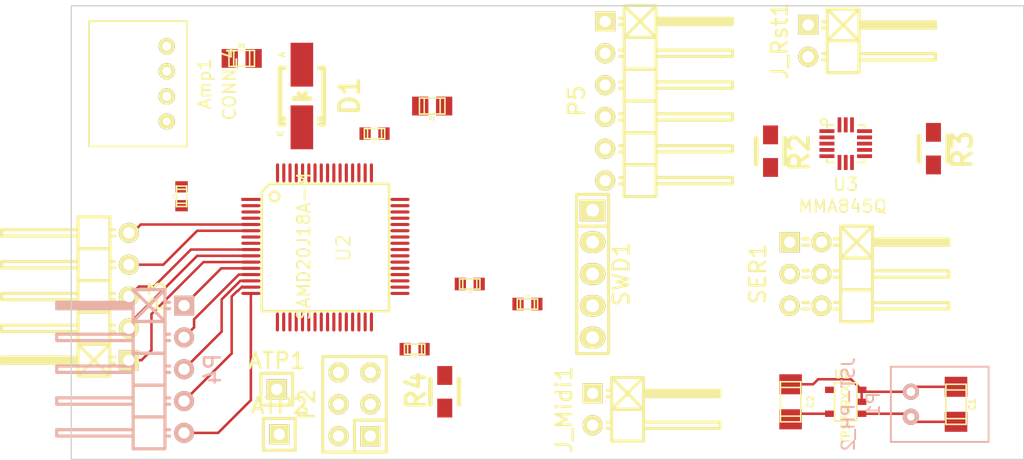
<source format=kicad_pcb>
(kicad_pcb (version 3) (host pcbnew "(2014-05-27 BZR 4893)-product")

  (general
    (links 88)
    (no_connects 71)
    (area 120.949999 81.749999 197.050001 118.050001)
    (thickness 1.6)
    (drawings 4)
    (tracks 54)
    (zones 0)
    (modules 28)
    (nets 42)
  )

  (page A4)
  (layers
    (15 F.Cu signal)
    (0 B.Cu signal)
    (16 B.Adhes user)
    (17 F.Adhes user)
    (18 B.Paste user)
    (19 F.Paste user)
    (20 B.SilkS user)
    (21 F.SilkS user)
    (22 B.Mask user)
    (23 F.Mask user)
    (24 Dwgs.User user)
    (25 Cmts.User user)
    (26 Eco1.User user)
    (27 Eco2.User user)
    (28 Edge.Cuts user)
  )

  (setup
    (last_trace_width 0.2)
    (user_trace_width 0.16)
    (user_trace_width 0.2)
    (user_trace_width 0.25)
    (user_trace_width 0.5)
    (user_trace_width 1)
    (trace_clearance 0.2)
    (zone_clearance 0.508)
    (zone_45_only no)
    (trace_min 0.16)
    (segment_width 0.2)
    (edge_width 0.1)
    (via_size 0.9)
    (via_drill 0.5)
    (via_min_size 0.7)
    (via_min_drill 0.326)
    (user_via 0.75 0.4)
    (uvia_size 0.75)
    (uvia_drill 0.4)
    (uvias_allowed no)
    (uvia_min_size 0.508)
    (uvia_min_drill 0.127)
    (pcb_text_width 0.3)
    (pcb_text_size 1.5 1.5)
    (mod_edge_width 0.15)
    (mod_text_size 1 1)
    (mod_text_width 0.15)
    (pad_size 1.6 1.6)
    (pad_drill 0.9)
    (pad_to_mask_clearance 0)
    (aux_axis_origin 121 118)
    (grid_origin 121 118)
    (visible_elements 7FFFFFFF)
    (pcbplotparams
      (layerselection 3178497)
      (usegerberextensions true)
      (excludeedgelayer true)
      (linewidth 0.100000)
      (plotframeref false)
      (viasonmask false)
      (mode 1)
      (useauxorigin false)
      (hpglpennumber 1)
      (hpglpenspeed 20)
      (hpglpendiameter 15)
      (hpglpenoverlay 2)
      (psnegative false)
      (psa4output false)
      (plotreference true)
      (plotvalue true)
      (plotinvisibletext false)
      (padsonsilk false)
      (subtractmaskfromsilk false)
      (outputformat 1)
      (mirror false)
      (drillshape 1)
      (scaleselection 1)
      (outputdirectory ""))
  )

  (net 0 "")
  (net 1 /Vbatt)
  (net 2 GND)
  (net 3 VCC)
  (net 4 "Net-(C7-Pad1)")
  (net 5 /Micro/Y10)
  (net 6 /Micro/Y12)
  (net 7 /Micro/Y14)
  (net 8 /Micro/Y2)
  (net 9 /Micro/Y4)
  (net 10 /Micro/Y11)
  (net 11 /Micro/Y13)
  (net 12 /Micro/Y15)
  (net 13 /Micro/Y3)
  (net 14 /Micro/Y5)
  (net 15 /Micro/Y0)
  (net 16 /Micro/Y1)
  (net 17 /Micro/Y9)
  (net 18 /Micro/Y8)
  (net 19 /Micro/Y7)
  (net 20 /Micro/Y6)
  (net 21 /Micro/Reset)
  (net 22 /Micro/SWDIO)
  (net 23 /Micro/SWCLK)
  (net 24 Bth)
  (net 25 Vib)
  (net 26 "Net-(J_Midi1-Pad1)")
  (net 27 SDA)
  (net 28 SCL)
  (net 29 /Micro/Tx)
  (net 30 /Micro/S1P0)
  (net 31 /Micro/S1P1)
  (net 32 /Micro/S1P2)
  (net 33 /Micro/S1P3)
  (net 34 /Micro/PB12)
  (net 35 /Micro/PB11)
  (net 36 /Micro/PB13)
  (net 37 /Micro/PB14)
  (net 38 "Net-(ATP1-Pad1)")
  (net 39 "Net-(ATP2-Pad1)")
  (net 40 "Net-(D1-Pad1)")
  (net 41 "Net-(D1-Pad2)")

  (net_class Default "This is the default net class."
    (clearance 0.2)
    (trace_width 0.2)
    (via_dia 0.9)
    (via_drill 0.5)
    (uvia_dia 0.75)
    (uvia_drill 0.4)
    (add_net /Micro/PB11)
    (add_net /Micro/PB12)
    (add_net /Micro/PB13)
    (add_net /Micro/PB14)
    (add_net /Micro/Reset)
    (add_net /Micro/S1P0)
    (add_net /Micro/S1P1)
    (add_net /Micro/S1P2)
    (add_net /Micro/S1P3)
    (add_net /Micro/SWCLK)
    (add_net /Micro/SWDIO)
    (add_net /Micro/Tx)
    (add_net /Micro/Y0)
    (add_net /Micro/Y1)
    (add_net /Micro/Y10)
    (add_net /Micro/Y11)
    (add_net /Micro/Y12)
    (add_net /Micro/Y13)
    (add_net /Micro/Y14)
    (add_net /Micro/Y15)
    (add_net /Micro/Y2)
    (add_net /Micro/Y3)
    (add_net /Micro/Y4)
    (add_net /Micro/Y5)
    (add_net /Micro/Y6)
    (add_net /Micro/Y7)
    (add_net /Micro/Y8)
    (add_net /Micro/Y9)
    (add_net /Vbatt)
    (add_net Bth)
    (add_net GND)
    (add_net "Net-(ATP1-Pad1)")
    (add_net "Net-(ATP2-Pad1)")
    (add_net "Net-(C7-Pad1)")
    (add_net "Net-(D1-Pad1)")
    (add_net "Net-(D1-Pad2)")
    (add_net "Net-(J_Midi1-Pad1)")
    (add_net "Net-(U2-Pad50)")
    (add_net SCL)
    (add_net SDA)
    (add_net VCC)
    (add_net Vib)
  )

  (net_class Min ""
    (clearance 0.16)
    (trace_width 0.16)
    (via_dia 0.75)
    (via_drill 0.4)
    (uvia_dia 0.75)
    (uvia_drill 0.4)
  )

  (module PIN_Hrd:Pin_Header_Straight_1x01 (layer F.Cu) (tedit 539EC879) (tstamp 539EC827)
    (at 137.6 116)
    (descr "1 pin")
    (tags "CONN DEV")
    (path /5394B774/539ECD77)
    (fp_text reference ATP2 (at 0 -2.286) (layer F.SilkS)
      (effects (font (size 1.27 1.27) (thickness 0.2032)))
    )
    (fp_text value CONN_1 (at 0 0) (layer F.SilkS) hide
      (effects (font (size 1.27 1.27) (thickness 0.2032)))
    )
    (fp_line (start -1.27 -1.27) (end -1.27 1.27) (layer F.SilkS) (width 0.254))
    (fp_line (start -1.27 1.27) (end 1.27 1.27) (layer F.SilkS) (width 0.254))
    (fp_line (start 1.27 1.27) (end 1.27 -1.27) (layer F.SilkS) (width 0.254))
    (fp_line (start 1.27 -1.27) (end -1.27 -1.27) (layer F.SilkS) (width 0.254))
    (pad 1 thru_hole rect (at 0 0) (size 1.6 1.6) (drill 0.9) (layers *.Cu *.Mask F.SilkS)
      (net 39 "Net-(ATP2-Pad1)"))
    (model Pin_Headers/Pin_Header_Straight_1x01.wrl
      (at (xyz 0 0 0))
      (scale (xyz 1 1 1))
      (rotate (xyz 0 0 0))
    )
  )

  (module PIN_Hrd:Pin_Header_Straight_1x01 (layer F.Cu) (tedit 539EC850) (tstamp 539EC822)
    (at 137.4 112.4)
    (descr "1 pin")
    (tags "CONN DEV")
    (path /5394B774/539ECD18)
    (fp_text reference ATP1 (at 0 -2.286) (layer F.SilkS)
      (effects (font (size 1.27 1.27) (thickness 0.2032)))
    )
    (fp_text value CONN_1 (at 0 0) (layer F.SilkS) hide
      (effects (font (size 1.27 1.27) (thickness 0.2032)))
    )
    (fp_line (start -1.27 -1.27) (end -1.27 1.27) (layer F.SilkS) (width 0.254))
    (fp_line (start -1.27 1.27) (end 1.27 1.27) (layer F.SilkS) (width 0.254))
    (fp_line (start 1.27 1.27) (end 1.27 -1.27) (layer F.SilkS) (width 0.254))
    (fp_line (start 1.27 -1.27) (end -1.27 -1.27) (layer F.SilkS) (width 0.254))
    (pad 1 thru_hole rect (at 0 0) (size 1.6 1.6) (drill 0.9) (layers *.Cu *.Mask F.SilkS)
      (net 38 "Net-(ATP1-Pad1)"))
    (model Pin_Headers/Pin_Header_Straight_1x01.wrl
      (at (xyz 0 0 0))
      (scale (xyz 1 1 1))
      (rotate (xyz 0 0 0))
    )
  )

  (module Capacitors_SMD:c_1206 (layer F.Cu) (tedit 5390A99D) (tstamp 5390A9B3)
    (at 191.6 113.6 270)
    (descr "SMT capacitor, 1206")
    (path /538F685C)
    (fp_text reference C1 (at 0.0254 -1.2954 270) (layer F.SilkS)
      (effects (font (size 0.50038 0.50038) (thickness 0.11938)))
    )
    (fp_text value 1u (at 0 1.27 270) (layer F.SilkS) hide
      (effects (font (size 0.50038 0.50038) (thickness 0.11938)))
    )
    (fp_line (start 1.143 0.8128) (end 1.143 -0.8128) (layer F.SilkS) (width 0.127))
    (fp_line (start -1.143 -0.8128) (end -1.143 0.8128) (layer F.SilkS) (width 0.127))
    (fp_line (start -1.6002 -0.8128) (end -1.6002 0.8128) (layer F.SilkS) (width 0.127))
    (fp_line (start -1.6002 0.8128) (end 1.6002 0.8128) (layer F.SilkS) (width 0.127))
    (fp_line (start 1.6002 0.8128) (end 1.6002 -0.8128) (layer F.SilkS) (width 0.127))
    (fp_line (start 1.6002 -0.8128) (end -1.6002 -0.8128) (layer F.SilkS) (width 0.127))
    (pad 1 smd rect (at 1.397 0 270) (size 1.6002 1.8034) (layers F.Cu F.Paste F.Mask)
      (net 1 /Vbatt))
    (pad 2 smd rect (at -1.397 0 270) (size 1.6002 1.8034) (layers F.Cu F.Paste F.Mask)
      (net 2 GND))
    (model smd/capacitors/c_1206.wrl
      (at (xyz 0 0 0))
      (scale (xyz 1 1 1))
      (rotate (xyz 0 0 0))
    )
  )

  (module Capacitors_SMD:c_1206 (layer F.Cu) (tedit 5390E871) (tstamp 5390A9BF)
    (at 178.4 113.4 270)
    (descr "SMT capacitor, 1206")
    (path /538F6921)
    (fp_text reference C2 (at 0 -1.6 270) (layer F.SilkS)
      (effects (font (size 0.50038 0.50038) (thickness 0.11938)))
    )
    (fp_text value 4u7 (at 0 1.27 270) (layer F.SilkS) hide
      (effects (font (size 0.50038 0.50038) (thickness 0.11938)))
    )
    (fp_line (start 1.143 0.8128) (end 1.143 -0.8128) (layer F.SilkS) (width 0.127))
    (fp_line (start -1.143 -0.8128) (end -1.143 0.8128) (layer F.SilkS) (width 0.127))
    (fp_line (start -1.6002 -0.8128) (end -1.6002 0.8128) (layer F.SilkS) (width 0.127))
    (fp_line (start -1.6002 0.8128) (end 1.6002 0.8128) (layer F.SilkS) (width 0.127))
    (fp_line (start 1.6002 0.8128) (end 1.6002 -0.8128) (layer F.SilkS) (width 0.127))
    (fp_line (start 1.6002 -0.8128) (end -1.6002 -0.8128) (layer F.SilkS) (width 0.127))
    (pad 1 smd rect (at 1.397 0 270) (size 1.6002 1.8034) (layers F.Cu F.Paste F.Mask)
      (net 3 VCC))
    (pad 2 smd rect (at -1.397 0 270) (size 1.6002 1.8034) (layers F.Cu F.Paste F.Mask)
      (net 2 GND))
    (model smd/capacitors/c_1206.wrl
      (at (xyz 0 0 0))
      (scale (xyz 1 1 1))
      (rotate (xyz 0 0 0))
    )
  )

  (module SMD_Packages:SOT23-5 (layer F.Cu) (tedit 5390AC31) (tstamp 5390A9EB)
    (at 182.8 113.4 90)
    (path /538F6803)
    (attr smd)
    (fp_text reference U1 (at 2.19964 -0.29972 180) (layer F.SilkS)
      (effects (font (size 0.635 0.635) (thickness 0.127)))
    )
    (fp_text value TPS769XX (at -1 0 90) (layer F.SilkS)
      (effects (font (size 0.635 0.635) (thickness 0.127)))
    )
    (fp_line (start 1.524 -0.889) (end 1.524 0.889) (layer F.SilkS) (width 0.127))
    (fp_line (start 1.524 0.889) (end -1.524 0.889) (layer F.SilkS) (width 0.127))
    (fp_line (start -1.524 0.889) (end -1.524 -0.889) (layer F.SilkS) (width 0.127))
    (fp_line (start -1.524 -0.889) (end 1.524 -0.889) (layer F.SilkS) (width 0.127))
    (pad 1 smd rect (at -0.9525 1.27 90) (size 0.508 0.762) (layers F.Cu F.Paste F.Mask)
      (net 1 /Vbatt))
    (pad 3 smd rect (at 0.9525 1.27 90) (size 0.508 0.762) (layers F.Cu F.Paste F.Mask)
      (net 2 GND))
    (pad 5 smd rect (at -0.9525 -1.27 90) (size 0.508 0.762) (layers F.Cu F.Paste F.Mask)
      (net 3 VCC))
    (pad 2 smd rect (at 0 1.27 90) (size 0.508 0.762) (layers F.Cu F.Paste F.Mask)
      (net 2 GND))
    (pad 4 smd rect (at 0.9525 -1.27 90) (size 0.508 0.762) (layers F.Cu F.Paste F.Mask))
    (model smd/SOT23_5.wrl
      (at (xyz 0 0 0))
      (scale (xyz 0.1 0.1 0.1))
      (rotate (xyz 0 0 0))
    )
  )

  (module JST:JST-2-PH-RA (layer B.Cu) (tedit 5390E5CB) (tstamp 5390E7B2)
    (at 188 113.6 90)
    (path /538F66AD)
    (fp_text reference P1 (at 0 -3 90) (layer B.SilkS)
      (effects (font (size 1 1) (thickness 0.15)) (justify mirror))
    )
    (fp_text value JST-PH_2 (at 0 -5 90) (layer B.SilkS)
      (effects (font (size 1 1) (thickness 0.15)) (justify mirror))
    )
    (fp_line (start -3 -1.6) (end 3 -1.6) (layer B.SilkS) (width 0.15))
    (fp_line (start 3 -1.6) (end 3 6.2) (layer B.SilkS) (width 0.15))
    (fp_line (start 3 6.2) (end -3 6.2) (layer B.SilkS) (width 0.15))
    (fp_line (start -3 6.2) (end -3 -1.6) (layer B.SilkS) (width 0.15))
    (pad 1 thru_hole circle (at -1 0 90) (size 1.3 1.3) (drill 0.6) (layers *.Cu *.Mask B.SilkS)
      (net 1 /Vbatt))
    (pad 2 thru_hole circle (at 1 0 90) (size 1.3 1.3) (drill 0.7) (layers *.Cu *.Mask B.SilkS)
      (net 2 GND))
  )

  (module SMD_Packages:TQFP_64 (layer F.Cu) (tedit 5394B9C9) (tstamp 53974F5D)
    (at 141.2 101 270)
    (tags "TQFP64 TQFP SMD IC")
    (path /5394B774/5394B7AD)
    (fp_text reference U2 (at 0.127 -1.524 270) (layer F.SilkS)
      (effects (font (size 1.09982 1.09982) (thickness 0.127)))
    )
    (fp_text value SAMD20J18A-M (at 0 1.651 270) (layer F.SilkS)
      (effects (font (size 1.00076 1.00076) (thickness 0.1524)))
    )
    (fp_circle (center -3.98272 3.98272) (end -3.98272 3.60172) (layer F.SilkS) (width 0.2032))
    (fp_line (start 5.16128 -5.16128) (end -4.99872 -5.16128) (layer F.SilkS) (width 0.2032))
    (fp_line (start -4.99872 -5.16128) (end -4.99872 4.36372) (layer F.SilkS) (width 0.2032))
    (fp_line (start -4.99872 4.36372) (end -4.36372 4.99872) (layer F.SilkS) (width 0.2032))
    (fp_line (start -4.36372 4.99872) (end 5.16128 4.99872) (layer F.SilkS) (width 0.2032))
    (fp_line (start 5.16128 4.99872) (end 5.16128 -5.16128) (layer F.SilkS) (width 0.2032))
    (pad 1 smd rect (at -3.74904 5.86994 270) (size 0.24892 1.524) (layers F.Cu F.Paste F.Mask))
    (pad 2 smd oval (at -3.24866 5.86994 270) (size 0.24892 1.524) (layers F.Cu F.Paste F.Mask))
    (pad 3 smd oval (at -2.74828 5.86994 270) (size 0.24892 1.524) (layers F.Cu F.Paste F.Mask)
      (net 15 /Micro/Y0))
    (pad 4 smd oval (at -2.2479 5.86994 270) (size 0.24892 1.524) (layers F.Cu F.Paste F.Mask)
      (net 16 /Micro/Y1))
    (pad 5 smd oval (at -1.74752 5.86994 270) (size 0.24892 1.524) (layers F.Cu F.Paste F.Mask)
      (net 5 /Micro/Y10))
    (pad 6 smd oval (at -1.24968 5.86994 270) (size 0.24892 1.524) (layers F.Cu F.Paste F.Mask)
      (net 10 /Micro/Y11))
    (pad 7 smd oval (at -0.7493 5.86994 270) (size 0.24892 1.524) (layers F.Cu F.Paste F.Mask)
      (net 2 GND))
    (pad 8 smd oval (at -0.24892 5.86994 270) (size 0.24892 1.524) (layers F.Cu F.Paste F.Mask)
      (net 3 VCC))
    (pad 9 smd oval (at 0.25146 5.86994 270) (size 0.24892 1.524) (layers F.Cu F.Paste F.Mask)
      (net 6 /Micro/Y12))
    (pad 10 smd oval (at 0.75184 5.86994 270) (size 0.24892 1.524) (layers F.Cu F.Paste F.Mask)
      (net 11 /Micro/Y13))
    (pad 11 smd oval (at 1.25222 5.86994 270) (size 0.24892 1.524) (layers F.Cu F.Paste F.Mask)
      (net 7 /Micro/Y14))
    (pad 12 smd oval (at 1.75006 5.86994 270) (size 0.24892 1.524) (layers F.Cu F.Paste F.Mask)
      (net 12 /Micro/Y15))
    (pad 13 smd oval (at 2.25044 5.86994 270) (size 0.24892 1.524) (layers F.Cu F.Paste F.Mask)
      (net 8 /Micro/Y2))
    (pad 14 smd oval (at 2.75082 5.86994 270) (size 0.24892 1.524) (layers F.Cu F.Paste F.Mask)
      (net 13 /Micro/Y3))
    (pad 15 smd oval (at 3.2512 5.86994 270) (size 0.24892 1.524) (layers F.Cu F.Paste F.Mask)
      (net 9 /Micro/Y4))
    (pad 16 smd oval (at 3.75158 5.86994 270) (size 0.24892 1.524) (layers F.Cu F.Paste F.Mask)
      (net 14 /Micro/Y5))
    (pad 17 smd oval (at 6.0325 3.74904 270) (size 1.524 0.24892) (layers F.Cu F.Paste F.Mask)
      (net 38 "Net-(ATP1-Pad1)"))
    (pad 18 smd oval (at 6.0325 3.24866 270) (size 1.524 0.24892) (layers F.Cu F.Paste F.Mask)
      (net 39 "Net-(ATP2-Pad1)"))
    (pad 19 smd oval (at 6.0325 2.74828 270) (size 1.524 0.24892) (layers F.Cu F.Paste F.Mask)
      (net 25 Vib))
    (pad 20 smd oval (at 6.0325 2.2479 270) (size 1.524 0.24892) (layers F.Cu F.Paste F.Mask)
      (net 24 Bth))
    (pad 21 smd oval (at 6.0325 1.74752 270) (size 1.524 0.24892) (layers F.Cu F.Paste F.Mask)
      (net 3 VCC))
    (pad 22 smd oval (at 6.0325 1.24968 270) (size 1.524 0.24892) (layers F.Cu F.Paste F.Mask)
      (net 2 GND))
    (pad 23 smd oval (at 6.0325 0.7493 270) (size 1.524 0.24892) (layers F.Cu F.Paste F.Mask))
    (pad 24 smd oval (at 6.0325 0.24892 270) (size 1.524 0.24892) (layers F.Cu F.Paste F.Mask)
      (net 35 /Micro/PB11))
    (pad 25 smd oval (at 6.0325 -0.25146 270) (size 1.524 0.24892) (layers F.Cu F.Paste F.Mask)
      (net 34 /Micro/PB12))
    (pad 26 smd oval (at 6.0325 -0.75184 270) (size 1.524 0.24892) (layers F.Cu F.Paste F.Mask)
      (net 36 /Micro/PB13))
    (pad 27 smd oval (at 6.0325 -1.25222 270) (size 1.524 0.24892) (layers F.Cu F.Paste F.Mask)
      (net 37 /Micro/PB14))
    (pad 28 smd oval (at 6.0325 -1.75006 270) (size 1.524 0.24892) (layers F.Cu F.Paste F.Mask))
    (pad 29 smd oval (at 6.0325 -2.25044 270) (size 1.524 0.24892) (layers F.Cu F.Paste F.Mask)
      (net 29 /Micro/Tx))
    (pad 30 smd oval (at 6.0325 -2.75082 270) (size 1.524 0.24892) (layers F.Cu F.Paste F.Mask))
    (pad 31 smd oval (at 6.0325 -3.2512 270) (size 1.524 0.24892) (layers F.Cu F.Paste F.Mask))
    (pad 32 smd oval (at 6.0325 -3.75158 270) (size 1.524 0.24892) (layers F.Cu F.Paste F.Mask))
    (pad 33 smd oval (at 3.75158 -6.0325 270) (size 0.24892 1.524) (layers F.Cu F.Paste F.Mask)
      (net 2 GND))
    (pad 34 smd oval (at 3.2512 -6.0325 270) (size 0.24892 1.524) (layers F.Cu F.Paste F.Mask)
      (net 3 VCC))
    (pad 35 smd oval (at 2.75082 -6.0325 270) (size 0.24892 1.524) (layers F.Cu F.Paste F.Mask)
      (net 30 /Micro/S1P0))
    (pad 36 smd oval (at 2.25044 -6.0325 270) (size 0.24892 1.524) (layers F.Cu F.Paste F.Mask)
      (net 31 /Micro/S1P1))
    (pad 37 smd oval (at 1.75006 -6.0325 270) (size 0.24892 1.524) (layers F.Cu F.Paste F.Mask)
      (net 32 /Micro/S1P2))
    (pad 38 smd oval (at 1.25222 -6.0325 270) (size 0.24892 1.524) (layers F.Cu F.Paste F.Mask)
      (net 33 /Micro/S1P3))
    (pad 39 smd oval (at 0.75184 -6.0325 270) (size 0.24892 1.524) (layers F.Cu F.Paste F.Mask))
    (pad 40 smd oval (at 0.25146 -6.0325 270) (size 0.24892 1.524) (layers F.Cu F.Paste F.Mask))
    (pad 41 smd oval (at -0.24892 -6.0325 270) (size 0.24892 1.524) (layers F.Cu F.Paste F.Mask))
    (pad 42 smd oval (at -0.7493 -6.0325 270) (size 0.24892 1.524) (layers F.Cu F.Paste F.Mask))
    (pad 43 smd oval (at -1.24968 -6.0325 270) (size 0.24892 1.524) (layers F.Cu F.Paste F.Mask)
      (net 27 SDA))
    (pad 44 smd oval (at -1.74752 -6.0325 270) (size 0.24892 1.524) (layers F.Cu F.Paste F.Mask)
      (net 28 SCL))
    (pad 45 smd oval (at -2.2479 -6.0325 270) (size 0.24892 1.524) (layers F.Cu F.Paste F.Mask))
    (pad 46 smd oval (at -2.74828 -6.0325 270) (size 0.24892 1.524) (layers F.Cu F.Paste F.Mask))
    (pad 47 smd oval (at -3.24866 -6.0325 270) (size 0.24892 1.524) (layers F.Cu F.Paste F.Mask)
      (net 2 GND))
    (pad 48 smd oval (at -3.74904 -6.0325 270) (size 0.24892 1.524) (layers F.Cu F.Paste F.Mask)
      (net 3 VCC))
    (pad 49 smd oval (at -5.86994 -3.75158 270) (size 1.524 0.24892) (layers F.Cu F.Paste F.Mask))
    (pad 50 smd oval (at -5.86994 -3.2512 270) (size 1.524 0.24892) (layers F.Cu F.Paste F.Mask))
    (pad 52 smd oval (at -5.86994 -2.25044 270) (size 1.524 0.24892) (layers F.Cu F.Paste F.Mask)
      (net 21 /Micro/Reset))
    (pad 51 smd oval (at -5.88772 -2.75082 270) (size 1.524 0.24892) (layers F.Cu F.Paste F.Mask))
    (pad 53 smd oval (at -5.86994 -1.75006 270) (size 1.524 0.24892) (layers F.Cu F.Paste F.Mask))
    (pad 54 smd oval (at -5.86994 -1.25222 270) (size 1.524 0.24892) (layers F.Cu F.Paste F.Mask)
      (net 2 GND))
    (pad 55 smd oval (at -5.86994 -0.75184 270) (size 1.524 0.24892) (layers F.Cu F.Paste F.Mask)
      (net 4 "Net-(C7-Pad1)"))
    (pad 56 smd oval (at -5.86994 -0.25146 270) (size 1.524 0.24892) (layers F.Cu F.Paste F.Mask)
      (net 3 VCC))
    (pad 57 smd oval (at -5.86994 0.24892 270) (size 1.524 0.24892) (layers F.Cu F.Paste F.Mask)
      (net 23 /Micro/SWCLK))
    (pad 58 smd oval (at -5.86994 0.7493 270) (size 1.524 0.24892) (layers F.Cu F.Paste F.Mask)
      (net 22 /Micro/SWDIO))
    (pad 59 smd oval (at -5.86994 1.24206 270) (size 1.524 0.24892) (layers F.Cu F.Paste F.Mask)
      (net 41 "Net-(D1-Pad2)"))
    (pad 60 smd oval (at -5.86994 1.74244 270) (size 1.524 0.24892) (layers F.Cu F.Paste F.Mask))
    (pad 61 smd oval (at -5.86994 2.24282 270) (size 1.524 0.24892) (layers F.Cu F.Paste F.Mask)
      (net 20 /Micro/Y6))
    (pad 62 smd oval (at -5.86994 2.7432 270) (size 1.524 0.24892) (layers F.Cu F.Paste F.Mask)
      (net 19 /Micro/Y7))
    (pad 63 smd oval (at -5.86994 3.24104 270) (size 1.524 0.24892) (layers F.Cu F.Paste F.Mask)
      (net 18 /Micro/Y8))
    (pad 64 smd oval (at -5.86994 3.74142 270) (size 1.524 0.24892) (layers F.Cu F.Paste F.Mask)
      (net 17 /Micro/Y9))
    (model smd/TQFP_64.wrl
      (at (xyz 0 0 0.001))
      (scale (xyz 0.3937 0.3937 0.3937))
      (rotate (xyz 0 0 0))
    )
  )

  (module Capacitors_SMD:c_0603 (layer F.Cu) (tedit 53974590) (tstamp 53974E7C)
    (at 157.4 105.6)
    (descr "SMT capacitor, 0603")
    (path /5394B774/53973676)
    (fp_text reference C3 (at 0 -0.635) (layer F.SilkS)
      (effects (font (size 0.20066 0.20066) (thickness 0.04064)))
    )
    (fp_text value 100n (at 0 0.635) (layer F.SilkS) hide
      (effects (font (size 0.20066 0.20066) (thickness 0.04064)))
    )
    (fp_line (start 0.5588 0.4064) (end 0.5588 -0.4064) (layer F.SilkS) (width 0.127))
    (fp_line (start -0.5588 -0.381) (end -0.5588 0.4064) (layer F.SilkS) (width 0.127))
    (fp_line (start -0.8128 -0.4064) (end 0.8128 -0.4064) (layer F.SilkS) (width 0.127))
    (fp_line (start 0.8128 -0.4064) (end 0.8128 0.4064) (layer F.SilkS) (width 0.127))
    (fp_line (start 0.8128 0.4064) (end -0.8128 0.4064) (layer F.SilkS) (width 0.127))
    (fp_line (start -0.8128 0.4064) (end -0.8128 -0.4064) (layer F.SilkS) (width 0.127))
    (pad 1 smd rect (at 0.75184 0) (size 0.89916 1.00076) (layers F.Cu F.Paste F.Mask)
      (net 3 VCC))
    (pad 2 smd rect (at -0.75184 0) (size 0.89916 1.00076) (layers F.Cu F.Paste F.Mask)
      (net 2 GND))
    (model smd/capacitors/c_0603.wrl
      (at (xyz 0 0 0))
      (scale (xyz 1 1 1))
      (rotate (xyz 0 0 0))
    )
  )

  (module Capacitors_SMD:c_0603 (layer F.Cu) (tedit 53974590) (tstamp 539746FE)
    (at 129.8 97 90)
    (descr "SMT capacitor, 0603")
    (path /5394B774/539736A9)
    (fp_text reference C4 (at 0 -0.635 90) (layer F.SilkS)
      (effects (font (size 0.20066 0.20066) (thickness 0.04064)))
    )
    (fp_text value 100n (at 0 0.635 90) (layer F.SilkS) hide
      (effects (font (size 0.20066 0.20066) (thickness 0.04064)))
    )
    (fp_line (start 0.5588 0.4064) (end 0.5588 -0.4064) (layer F.SilkS) (width 0.127))
    (fp_line (start -0.5588 -0.381) (end -0.5588 0.4064) (layer F.SilkS) (width 0.127))
    (fp_line (start -0.8128 -0.4064) (end 0.8128 -0.4064) (layer F.SilkS) (width 0.127))
    (fp_line (start 0.8128 -0.4064) (end 0.8128 0.4064) (layer F.SilkS) (width 0.127))
    (fp_line (start 0.8128 0.4064) (end -0.8128 0.4064) (layer F.SilkS) (width 0.127))
    (fp_line (start -0.8128 0.4064) (end -0.8128 -0.4064) (layer F.SilkS) (width 0.127))
    (pad 1 smd rect (at 0.75184 0 90) (size 0.89916 1.00076) (layers F.Cu F.Paste F.Mask)
      (net 3 VCC))
    (pad 2 smd rect (at -0.75184 0 90) (size 0.89916 1.00076) (layers F.Cu F.Paste F.Mask)
      (net 2 GND))
    (model smd/capacitors/c_0603.wrl
      (at (xyz 0 0 0))
      (scale (xyz 1 1 1))
      (rotate (xyz 0 0 0))
    )
  )

  (module Capacitors_SMD:c_0603 (layer F.Cu) (tedit 53974590) (tstamp 5397470A)
    (at 152.8 104 180)
    (descr "SMT capacitor, 0603")
    (path /5394B774/539736C2)
    (fp_text reference C5 (at 0 -0.635 180) (layer F.SilkS)
      (effects (font (size 0.20066 0.20066) (thickness 0.04064)))
    )
    (fp_text value 100n (at 0 0.635 180) (layer F.SilkS) hide
      (effects (font (size 0.20066 0.20066) (thickness 0.04064)))
    )
    (fp_line (start 0.5588 0.4064) (end 0.5588 -0.4064) (layer F.SilkS) (width 0.127))
    (fp_line (start -0.5588 -0.381) (end -0.5588 0.4064) (layer F.SilkS) (width 0.127))
    (fp_line (start -0.8128 -0.4064) (end 0.8128 -0.4064) (layer F.SilkS) (width 0.127))
    (fp_line (start 0.8128 -0.4064) (end 0.8128 0.4064) (layer F.SilkS) (width 0.127))
    (fp_line (start 0.8128 0.4064) (end -0.8128 0.4064) (layer F.SilkS) (width 0.127))
    (fp_line (start -0.8128 0.4064) (end -0.8128 -0.4064) (layer F.SilkS) (width 0.127))
    (pad 1 smd rect (at 0.75184 0 180) (size 0.89916 1.00076) (layers F.Cu F.Paste F.Mask)
      (net 3 VCC))
    (pad 2 smd rect (at -0.75184 0 180) (size 0.89916 1.00076) (layers F.Cu F.Paste F.Mask)
      (net 2 GND))
    (model smd/capacitors/c_0603.wrl
      (at (xyz 0 0 0))
      (scale (xyz 1 1 1))
      (rotate (xyz 0 0 0))
    )
  )

  (module Capacitors_SMD:c_0603 (layer F.Cu) (tedit 53974590) (tstamp 53974716)
    (at 148.4 109.2 180)
    (descr "SMT capacitor, 0603")
    (path /5394B774/539736DB)
    (fp_text reference C6 (at 0 -0.635 180) (layer F.SilkS)
      (effects (font (size 0.20066 0.20066) (thickness 0.04064)))
    )
    (fp_text value 100n (at 0 0.635 180) (layer F.SilkS) hide
      (effects (font (size 0.20066 0.20066) (thickness 0.04064)))
    )
    (fp_line (start 0.5588 0.4064) (end 0.5588 -0.4064) (layer F.SilkS) (width 0.127))
    (fp_line (start -0.5588 -0.381) (end -0.5588 0.4064) (layer F.SilkS) (width 0.127))
    (fp_line (start -0.8128 -0.4064) (end 0.8128 -0.4064) (layer F.SilkS) (width 0.127))
    (fp_line (start 0.8128 -0.4064) (end 0.8128 0.4064) (layer F.SilkS) (width 0.127))
    (fp_line (start 0.8128 0.4064) (end -0.8128 0.4064) (layer F.SilkS) (width 0.127))
    (fp_line (start -0.8128 0.4064) (end -0.8128 -0.4064) (layer F.SilkS) (width 0.127))
    (pad 1 smd rect (at 0.75184 0 180) (size 0.89916 1.00076) (layers F.Cu F.Paste F.Mask)
      (net 3 VCC))
    (pad 2 smd rect (at -0.75184 0 180) (size 0.89916 1.00076) (layers F.Cu F.Paste F.Mask)
      (net 2 GND))
    (model smd/capacitors/c_0603.wrl
      (at (xyz 0 0 0))
      (scale (xyz 1 1 1))
      (rotate (xyz 0 0 0))
    )
  )

  (module Capacitors_SMD:c_0603 (layer F.Cu) (tedit 53974590) (tstamp 53974722)
    (at 145.2 92 180)
    (descr "SMT capacitor, 0603")
    (path /5394B774/5397386B)
    (fp_text reference C7 (at 0 -0.635 180) (layer F.SilkS)
      (effects (font (size 0.20066 0.20066) (thickness 0.04064)))
    )
    (fp_text value 100n (at 0 0.635 180) (layer F.SilkS) hide
      (effects (font (size 0.20066 0.20066) (thickness 0.04064)))
    )
    (fp_line (start 0.5588 0.4064) (end 0.5588 -0.4064) (layer F.SilkS) (width 0.127))
    (fp_line (start -0.5588 -0.381) (end -0.5588 0.4064) (layer F.SilkS) (width 0.127))
    (fp_line (start -0.8128 -0.4064) (end 0.8128 -0.4064) (layer F.SilkS) (width 0.127))
    (fp_line (start 0.8128 -0.4064) (end 0.8128 0.4064) (layer F.SilkS) (width 0.127))
    (fp_line (start 0.8128 0.4064) (end -0.8128 0.4064) (layer F.SilkS) (width 0.127))
    (fp_line (start -0.8128 0.4064) (end -0.8128 -0.4064) (layer F.SilkS) (width 0.127))
    (pad 1 smd rect (at 0.75184 0 180) (size 0.89916 1.00076) (layers F.Cu F.Paste F.Mask)
      (net 4 "Net-(C7-Pad1)"))
    (pad 2 smd rect (at -0.75184 0 180) (size 0.89916 1.00076) (layers F.Cu F.Paste F.Mask)
      (net 2 GND))
    (model smd/capacitors/c_0603.wrl
      (at (xyz 0 0 0))
      (scale (xyz 1 1 1))
      (rotate (xyz 0 0 0))
    )
  )

  (module Capacitors_SMD:c_0805 (layer F.Cu) (tedit 5398B864) (tstamp 5398B959)
    (at 149.8 89.8 180)
    (descr "SMT capacitor, 0805")
    (path /5394B774/53989FCC)
    (fp_text reference R1 (at 0 -0.9906 180) (layer F.SilkS)
      (effects (font (size 0.29972 0.29972) (thickness 0.06096)))
    )
    (fp_text value 100k (at 0 0.9906 180) (layer F.SilkS) hide
      (effects (font (size 0.29972 0.29972) (thickness 0.06096)))
    )
    (fp_line (start 0.635 -0.635) (end 0.635 0.635) (layer F.SilkS) (width 0.127))
    (fp_line (start -0.635 -0.635) (end -0.635 0.6096) (layer F.SilkS) (width 0.127))
    (fp_line (start -1.016 -0.635) (end 1.016 -0.635) (layer F.SilkS) (width 0.127))
    (fp_line (start 1.016 -0.635) (end 1.016 0.635) (layer F.SilkS) (width 0.127))
    (fp_line (start 1.016 0.635) (end -1.016 0.635) (layer F.SilkS) (width 0.127))
    (fp_line (start -1.016 0.635) (end -1.016 -0.635) (layer F.SilkS) (width 0.127))
    (pad 1 smd rect (at 0.9525 0 180) (size 1.30048 1.4986) (layers F.Cu F.Paste F.Mask)
      (net 3 VCC))
    (pad 2 smd rect (at -0.9525 0 180) (size 1.30048 1.4986) (layers F.Cu F.Paste F.Mask)
      (net 21 /Micro/Reset))
    (model smd/capacitors/c_0805.wrl
      (at (xyz 0 0 0))
      (scale (xyz 1 1 1))
      (rotate (xyz 0 0 0))
    )
  )

  (module JST:JST-4-PH-RA (layer F.Cu) (tedit 5398BC8E) (tstamp 5398BCFC)
    (at 128.62 88.028 90)
    (path /5394B652)
    (fp_text reference Amp1 (at 0 3 90) (layer F.SilkS)
      (effects (font (size 1 1) (thickness 0.15)))
    )
    (fp_text value CONN_4 (at 0 5 90) (layer F.SilkS)
      (effects (font (size 1 1) (thickness 0.15)))
    )
    (fp_line (start -5 1.6) (end 5 1.6) (layer F.SilkS) (width 0.15))
    (fp_line (start -5 -6.2) (end 5 -6.2) (layer F.SilkS) (width 0.15))
    (fp_line (start 5 1.6) (end 5 -6.2) (layer F.SilkS) (width 0.15))
    (fp_line (start -5 -6.2) (end -5 1.6) (layer F.SilkS) (width 0.15))
    (pad 1 thru_hole circle (at -3 0 90) (size 1.3 1.3) (drill 0.6) (layers *.Cu *.Mask F.SilkS)
      (net 2 GND))
    (pad 2 thru_hole circle (at -1 0 90) (size 1.3 1.3) (drill 0.7) (layers *.Cu *.Mask F.SilkS)
      (net 3 VCC))
    (pad 3 thru_hole circle (at 1 0 90) (size 1.3 1.3) (drill 0.7) (layers *.Cu *.Mask F.SilkS)
      (net 24 Bth))
    (pad 4 thru_hole circle (at 3 0 90) (size 1.3 1.3) (drill 0.7) (layers *.Cu *.Mask F.SilkS)
      (net 25 Vib))
  )

  (module Resistors_SMD:Resistor_SMD0805_HandSoldering (layer F.Cu) (tedit 539B441D) (tstamp 539B46E7)
    (at 176.8 93.4 270)
    (descr "Resistor, SMD, 0805, Hand soldering,")
    (tags "Resistor, SMD, 0805, Hand soldering,")
    (path /539AF849)
    (attr smd)
    (fp_text reference R2 (at 0.09906 -2.30124 270) (layer F.SilkS)
      (effects (font (thickness 0.3048)))
    )
    (fp_text value 4k7 (at 0.20066 2.60096 270) (layer F.SilkS) hide
      (effects (font (thickness 0.3048)))
    )
    (fp_line (start 0 -1.143) (end -1.016 -1.143) (layer F.SilkS) (width 0.381))
    (fp_line (start 0 -1.143) (end 1.016 -1.143) (layer F.SilkS) (width 0.381))
    (fp_line (start 0 1.143) (end -1.016 1.143) (layer F.SilkS) (width 0.381))
    (fp_line (start 0 1.143) (end 1.016 1.143) (layer F.SilkS) (width 0.381))
    (pad 1 smd rect (at -1.30048 0 270) (size 1.50114 1.19888) (layers F.Cu F.Paste F.Mask)
      (net 3 VCC))
    (pad 2 smd rect (at 1.30048 0 270) (size 1.50114 1.19888) (layers F.Cu F.Paste F.Mask)
      (net 27 SDA))
  )

  (module Resistors_SMD:Resistor_SMD0805_HandSoldering (layer F.Cu) (tedit 539B441D) (tstamp 539B46ED)
    (at 189.8 93.2 270)
    (descr "Resistor, SMD, 0805, Hand soldering,")
    (tags "Resistor, SMD, 0805, Hand soldering,")
    (path /539AF7E0)
    (attr smd)
    (fp_text reference R3 (at 0.09906 -2.30124 270) (layer F.SilkS)
      (effects (font (thickness 0.3048)))
    )
    (fp_text value 4k7 (at 0.20066 2.60096 270) (layer F.SilkS) hide
      (effects (font (thickness 0.3048)))
    )
    (fp_line (start 0 -1.143) (end -1.016 -1.143) (layer F.SilkS) (width 0.381))
    (fp_line (start 0 -1.143) (end 1.016 -1.143) (layer F.SilkS) (width 0.381))
    (fp_line (start 0 1.143) (end -1.016 1.143) (layer F.SilkS) (width 0.381))
    (fp_line (start 0 1.143) (end 1.016 1.143) (layer F.SilkS) (width 0.381))
    (pad 1 smd rect (at -1.30048 0 270) (size 1.50114 1.19888) (layers F.Cu F.Paste F.Mask)
      (net 3 VCC))
    (pad 2 smd rect (at 1.30048 0 270) (size 1.50114 1.19888) (layers F.Cu F.Paste F.Mask)
      (net 28 SCL))
  )

  (module Resistors_SMD:Resistor_SMD0805_HandSoldering (layer F.Cu) (tedit 539B441D) (tstamp 539B46F3)
    (at 150.8 112.6 90)
    (descr "Resistor, SMD, 0805, Hand soldering,")
    (tags "Resistor, SMD, 0805, Hand soldering,")
    (path /5394B774/539ADC21)
    (attr smd)
    (fp_text reference R4 (at 0.09906 -2.30124 90) (layer F.SilkS)
      (effects (font (thickness 0.3048)))
    )
    (fp_text value R (at 0.20066 2.60096 90) (layer F.SilkS) hide
      (effects (font (thickness 0.3048)))
    )
    (fp_line (start 0 -1.143) (end -1.016 -1.143) (layer F.SilkS) (width 0.381))
    (fp_line (start 0 -1.143) (end 1.016 -1.143) (layer F.SilkS) (width 0.381))
    (fp_line (start 0 1.143) (end -1.016 1.143) (layer F.SilkS) (width 0.381))
    (fp_line (start 0 1.143) (end 1.016 1.143) (layer F.SilkS) (width 0.381))
    (pad 1 smd rect (at -1.30048 0 90) (size 1.50114 1.19888) (layers F.Cu F.Paste F.Mask)
      (net 26 "Net-(J_Midi1-Pad1)"))
    (pad 2 smd rect (at 1.30048 0 90) (size 1.50114 1.19888) (layers F.Cu F.Paste F.Mask)
      (net 29 /Micro/Tx))
  )

  (module SMD:QFN16 (layer F.Cu) (tedit 539B43FE) (tstamp 539B4711)
    (at 182.8 92.8)
    (path /539AF65E)
    (fp_text reference U3 (at 0 3.25) (layer F.SilkS)
      (effects (font (size 1 1) (thickness 0.15)))
    )
    (fp_text value MMA845Q (at -0.25 5) (layer F.SilkS)
      (effects (font (size 1 1) (thickness 0.15)))
    )
    (fp_line (start -1 1.5) (end -1.5 1.5) (layer F.SilkS) (width 0.15))
    (fp_line (start -1.5 1.5) (end -1.5 1.25) (layer F.SilkS) (width 0.15))
    (fp_line (start 1.5 1.25) (end 1.5 1.5) (layer F.SilkS) (width 0.15))
    (fp_line (start 1.5 1.5) (end 1 1.5) (layer F.SilkS) (width 0.15))
    (fp_line (start 1 -1.5) (end 1.5 -1.5) (layer F.SilkS) (width 0.15))
    (fp_line (start 1.5 -1.5) (end 1.5 -1.25) (layer F.SilkS) (width 0.15))
    (fp_line (start -1.5 -1.25) (end -1.5 -1.5) (layer F.SilkS) (width 0.15))
    (fp_line (start -1.5 -1.5) (end -1 -1.5) (layer F.SilkS) (width 0.15))
    (fp_circle (center -1.75 -1.75) (end -1.5 -1.75) (layer F.SilkS) (width 0.15))
    (pad 1 smd rect (at -1.5 -1) (size 1.2 0.3) (layers F.Cu F.Paste F.Mask)
      (net 3 VCC))
    (pad 2 smd rect (at -1.5 -0.5) (size 1.2 0.3) (layers F.Cu F.Paste F.Mask))
    (pad 3 smd rect (at -1.5 0) (size 1.2 0.3) (layers F.Cu F.Paste F.Mask))
    (pad 4 smd rect (at -1.5 0.5) (size 1.2 0.3) (layers F.Cu F.Paste F.Mask)
      (net 28 SCL))
    (pad 5 smd rect (at -1.5 1) (size 1.2 0.3) (layers F.Cu F.Paste F.Mask)
      (net 2 GND))
    (pad 9 smd rect (at 1.5 1) (size 1.2 0.3) (layers F.Cu F.Paste F.Mask))
    (pad 10 smd rect (at 1.5 0.5) (size 1.2 0.3) (layers F.Cu F.Paste F.Mask)
      (net 2 GND))
    (pad 11 smd rect (at 1.5 0) (size 1.2 0.3) (layers F.Cu F.Paste F.Mask))
    (pad 12 smd rect (at 1.5 -0.5) (size 1.2 0.3) (layers F.Cu F.Paste F.Mask)
      (net 2 GND))
    (pad 13 smd rect (at 1.5 -1) (size 1.2 0.3) (layers F.Cu F.Paste F.Mask))
    (pad 6 smd rect (at -0.5 1.5 90) (size 1.2 0.3) (layers F.Cu F.Paste F.Mask)
      (net 27 SDA))
    (pad 7 smd rect (at 0 1.5 90) (size 1.2 0.3) (layers F.Cu F.Paste F.Mask)
      (net 2 GND))
    (pad 8 smd rect (at 0.5 1.5 90) (size 1.2 0.3) (layers F.Cu F.Paste F.Mask))
    (pad 14 smd rect (at 0.5 -1.5 90) (size 1.2 0.3) (layers F.Cu F.Paste F.Mask)
      (net 3 VCC))
    (pad 15 smd rect (at 0 -1.5 90) (size 1.2 0.3) (layers F.Cu F.Paste F.Mask))
    (pad 16 smd rect (at -0.5 -1.5 90) (size 1.2 0.3) (layers F.Cu F.Paste F.Mask))
  )

  (module PIN_Hrd:Pin_Header_Straight_2x03 (layer F.Cu) (tedit 539EA481) (tstamp 539EA57E)
    (at 143.6 113.6 90)
    (descr "1 pin")
    (tags "CONN DEV")
    (path /5394B774/539DD48F)
    (fp_text reference P2 (at 0 -3.81 90) (layer F.SilkS)
      (effects (font (size 1.27 1.27) (thickness 0.2032)))
    )
    (fp_text value Btns (at 0 0 90) (layer F.SilkS) hide
      (effects (font (size 1.27 1.27) (thickness 0.2032)))
    )
    (fp_line (start -3.81 0) (end -1.27 0) (layer F.SilkS) (width 0.254))
    (fp_line (start -1.27 0) (end -1.27 2.54) (layer F.SilkS) (width 0.254))
    (fp_line (start -3.81 2.54) (end 3.81 2.54) (layer F.SilkS) (width 0.254))
    (fp_line (start 3.81 2.54) (end 3.81 -2.54) (layer F.SilkS) (width 0.254))
    (fp_line (start 3.81 -2.54) (end -1.27 -2.54) (layer F.SilkS) (width 0.254))
    (fp_line (start -3.81 2.54) (end -3.81 0) (layer F.SilkS) (width 0.254))
    (fp_line (start -3.81 -2.54) (end -3.81 0) (layer F.SilkS) (width 0.254))
    (fp_line (start -1.27 -2.54) (end -3.81 -2.54) (layer F.SilkS) (width 0.254))
    (pad 1 thru_hole rect (at -2.54 1.27 90) (size 1.6 1.6) (drill 0.9) (layers *.Cu *.Mask F.SilkS)
      (net 2 GND))
    (pad 2 thru_hole circle (at -2.54 -1.27 90) (size 1.6 1.6) (drill 0.9) (layers *.Cu *.Mask F.SilkS)
      (net 35 /Micro/PB11))
    (pad 3 thru_hole circle (at 0 1.27 90) (size 1.6 1.6) (drill 0.9) (layers *.Cu *.Mask F.SilkS)
      (net 34 /Micro/PB12))
    (pad 4 thru_hole circle (at 0 -1.27 90) (size 1.6 1.6) (drill 0.9) (layers *.Cu *.Mask F.SilkS)
      (net 36 /Micro/PB13))
    (pad 5 thru_hole circle (at 2.54 1.27 90) (size 1.6 1.6) (drill 0.9) (layers *.Cu *.Mask F.SilkS)
      (net 2 GND))
    (pad 6 thru_hole circle (at 2.54 -1.27 90) (size 1.6 1.6) (drill 0.9) (layers *.Cu *.Mask F.SilkS)
      (net 37 /Micro/PB14))
    (model Pin_Headers/Pin_Header_Straight_2x03.wrl
      (at (xyz 0 0 0))
      (scale (xyz 1 1 1))
      (rotate (xyz 0 0 0))
    )
  )

  (module PIN_Hrd:Pin_Header_Angled_1x02 (layer F.Cu) (tedit 539EA77F) (tstamp 539EA846)
    (at 162.6 114 270)
    (descr "1 pin")
    (tags "CONN DEV")
    (path /5394B774/539ADB47)
    (fp_text reference J_Midi1 (at 0 2.286 270) (layer F.SilkS)
      (effects (font (size 1.27 1.27) (thickness 0.2032)))
    )
    (fp_text value CONN_2 (at 0 0 270) (layer F.SilkS) hide
      (effects (font (size 1.27 1.27) (thickness 0.2032)))
    )
    (fp_line (start 0 -4.064) (end -2.54 -1.524) (layer F.SilkS) (width 0.254))
    (fp_line (start -2.54 -4.064) (end 0 -1.524) (layer F.SilkS) (width 0.254))
    (fp_line (start -1.397 -4.191) (end -1.397 -10.033) (layer F.SilkS) (width 0.254))
    (fp_line (start -1.397 -10.033) (end -1.143 -10.033) (layer F.SilkS) (width 0.254))
    (fp_line (start -1.143 -10.033) (end -1.143 -4.191) (layer F.SilkS) (width 0.254))
    (fp_line (start -1.143 -4.191) (end -1.27 -4.191) (layer F.SilkS) (width 0.254))
    (fp_line (start -1.27 -4.191) (end -1.27 -10.033) (layer F.SilkS) (width 0.254))
    (fp_line (start -1.524 -1.524) (end -1.524 -1.143) (layer F.SilkS) (width 0.254))
    (fp_line (start -1.016 -1.524) (end -1.016 -1.143) (layer F.SilkS) (width 0.254))
    (fp_line (start 1.016 -1.524) (end 1.016 -1.143) (layer F.SilkS) (width 0.254))
    (fp_line (start 1.524 -1.524) (end 1.524 -1.143) (layer F.SilkS) (width 0.254))
    (fp_line (start -2.54 -1.524) (end -2.54 -4.064) (layer F.SilkS) (width 0.254))
    (fp_line (start 0 -1.524) (end 0 -4.064) (layer F.SilkS) (width 0.254))
    (fp_line (start 0 -1.524) (end 2.54 -1.524) (layer F.SilkS) (width 0.254))
    (fp_line (start 2.54 -1.524) (end 2.54 -4.064) (layer F.SilkS) (width 0.254))
    (fp_line (start 1.016 -4.064) (end 1.016 -10.16) (layer F.SilkS) (width 0.254))
    (fp_line (start 1.016 -10.16) (end 1.524 -10.16) (layer F.SilkS) (width 0.254))
    (fp_line (start 1.524 -10.16) (end 1.524 -4.064) (layer F.SilkS) (width 0.254))
    (fp_line (start 2.54 -4.064) (end 0 -4.064) (layer F.SilkS) (width 0.254))
    (fp_line (start 0 -4.064) (end -2.54 -4.064) (layer F.SilkS) (width 0.254))
    (fp_line (start -1.016 -10.16) (end -1.016 -4.064) (layer F.SilkS) (width 0.254))
    (fp_line (start -1.524 -10.16) (end -1.016 -10.16) (layer F.SilkS) (width 0.254))
    (fp_line (start -1.524 -4.064) (end -1.524 -10.16) (layer F.SilkS) (width 0.254))
    (fp_line (start 0 -1.524) (end 0 -4.064) (layer F.SilkS) (width 0.254))
    (fp_line (start -2.54 -1.524) (end 0 -1.524) (layer F.SilkS) (width 0.254))
    (pad 1 thru_hole rect (at -1.27 0 270) (size 1.6 1.6) (drill 0.9) (layers *.Cu *.Mask F.SilkS)
      (net 26 "Net-(J_Midi1-Pad1)"))
    (pad 2 thru_hole circle (at 1.27 0 270) (size 1.6 1.6) (drill 0.9) (layers *.Cu *.Mask F.SilkS)
      (net 2 GND))
    (model Pin_Headers/Pin_Header_Angled_1x02.wrl
      (at (xyz 0 0 0))
      (scale (xyz 1 1 1))
      (rotate (xyz 0 0 0))
    )
  )

  (module PIN_Hrd:Pin_Header_Angled_1x02 (layer F.Cu) (tedit 539EA77F) (tstamp 539EA84B)
    (at 179.8 84.6 270)
    (descr "1 pin")
    (tags "CONN DEV")
    (path /5394B774/539AD121)
    (fp_text reference J_Rst1 (at 0 2.286 270) (layer F.SilkS)
      (effects (font (size 1.27 1.27) (thickness 0.2032)))
    )
    (fp_text value CONN_2 (at 0 0 270) (layer F.SilkS) hide
      (effects (font (size 1.27 1.27) (thickness 0.2032)))
    )
    (fp_line (start 0 -4.064) (end -2.54 -1.524) (layer F.SilkS) (width 0.254))
    (fp_line (start -2.54 -4.064) (end 0 -1.524) (layer F.SilkS) (width 0.254))
    (fp_line (start -1.397 -4.191) (end -1.397 -10.033) (layer F.SilkS) (width 0.254))
    (fp_line (start -1.397 -10.033) (end -1.143 -10.033) (layer F.SilkS) (width 0.254))
    (fp_line (start -1.143 -10.033) (end -1.143 -4.191) (layer F.SilkS) (width 0.254))
    (fp_line (start -1.143 -4.191) (end -1.27 -4.191) (layer F.SilkS) (width 0.254))
    (fp_line (start -1.27 -4.191) (end -1.27 -10.033) (layer F.SilkS) (width 0.254))
    (fp_line (start -1.524 -1.524) (end -1.524 -1.143) (layer F.SilkS) (width 0.254))
    (fp_line (start -1.016 -1.524) (end -1.016 -1.143) (layer F.SilkS) (width 0.254))
    (fp_line (start 1.016 -1.524) (end 1.016 -1.143) (layer F.SilkS) (width 0.254))
    (fp_line (start 1.524 -1.524) (end 1.524 -1.143) (layer F.SilkS) (width 0.254))
    (fp_line (start -2.54 -1.524) (end -2.54 -4.064) (layer F.SilkS) (width 0.254))
    (fp_line (start 0 -1.524) (end 0 -4.064) (layer F.SilkS) (width 0.254))
    (fp_line (start 0 -1.524) (end 2.54 -1.524) (layer F.SilkS) (width 0.254))
    (fp_line (start 2.54 -1.524) (end 2.54 -4.064) (layer F.SilkS) (width 0.254))
    (fp_line (start 1.016 -4.064) (end 1.016 -10.16) (layer F.SilkS) (width 0.254))
    (fp_line (start 1.016 -10.16) (end 1.524 -10.16) (layer F.SilkS) (width 0.254))
    (fp_line (start 1.524 -10.16) (end 1.524 -4.064) (layer F.SilkS) (width 0.254))
    (fp_line (start 2.54 -4.064) (end 0 -4.064) (layer F.SilkS) (width 0.254))
    (fp_line (start 0 -4.064) (end -2.54 -4.064) (layer F.SilkS) (width 0.254))
    (fp_line (start -1.016 -10.16) (end -1.016 -4.064) (layer F.SilkS) (width 0.254))
    (fp_line (start -1.524 -10.16) (end -1.016 -10.16) (layer F.SilkS) (width 0.254))
    (fp_line (start -1.524 -4.064) (end -1.524 -10.16) (layer F.SilkS) (width 0.254))
    (fp_line (start 0 -1.524) (end 0 -4.064) (layer F.SilkS) (width 0.254))
    (fp_line (start -2.54 -1.524) (end 0 -1.524) (layer F.SilkS) (width 0.254))
    (pad 1 thru_hole rect (at -1.27 0 270) (size 1.6 1.6) (drill 0.9) (layers *.Cu *.Mask F.SilkS)
      (net 21 /Micro/Reset))
    (pad 2 thru_hole circle (at 1.27 0 270) (size 1.6 1.6) (drill 0.9) (layers *.Cu *.Mask F.SilkS)
      (net 2 GND))
    (model Pin_Headers/Pin_Header_Angled_1x02.wrl
      (at (xyz 0 0 0))
      (scale (xyz 1 1 1))
      (rotate (xyz 0 0 0))
    )
  )

  (module PIN_Hrd:Pin_Header_Angled_1x05 (layer F.Cu) (tedit 539EA77F) (tstamp 539EA850)
    (at 125.6 105 90)
    (descr "1 pin")
    (tags "CONN DEV")
    (path /5394B774/53973B2F)
    (fp_text reference P3 (at 0 2.286 90) (layer F.SilkS)
      (effects (font (size 1.27 1.27) (thickness 0.2032)))
    )
    (fp_text value CONN_5 (at 0 0 90) (layer F.SilkS) hide
      (effects (font (size 1.27 1.27) (thickness 0.2032)))
    )
    (fp_line (start -3.81 -4.064) (end -6.35 -1.524) (layer F.SilkS) (width 0.254))
    (fp_line (start -6.35 -4.064) (end -3.81 -1.524) (layer F.SilkS) (width 0.254))
    (fp_line (start -5.207 -4.191) (end -5.207 -10.033) (layer F.SilkS) (width 0.254))
    (fp_line (start -5.207 -10.033) (end -4.953 -10.033) (layer F.SilkS) (width 0.254))
    (fp_line (start -4.953 -10.033) (end -4.953 -4.191) (layer F.SilkS) (width 0.254))
    (fp_line (start -4.953 -4.191) (end -5.08 -4.191) (layer F.SilkS) (width 0.254))
    (fp_line (start -5.08 -4.191) (end -5.08 -10.033) (layer F.SilkS) (width 0.254))
    (fp_line (start -5.334 -1.524) (end -5.334 -1.143) (layer F.SilkS) (width 0.254))
    (fp_line (start -4.826 -1.524) (end -4.826 -1.143) (layer F.SilkS) (width 0.254))
    (fp_line (start -2.794 -1.524) (end -2.794 -1.143) (layer F.SilkS) (width 0.254))
    (fp_line (start -2.286 -1.524) (end -2.286 -1.143) (layer F.SilkS) (width 0.254))
    (fp_line (start -0.254 -1.524) (end -0.254 -1.143) (layer F.SilkS) (width 0.254))
    (fp_line (start 0.254 -1.524) (end 0.254 -1.143) (layer F.SilkS) (width 0.254))
    (fp_line (start 2.286 -1.524) (end 2.286 -1.143) (layer F.SilkS) (width 0.254))
    (fp_line (start 2.794 -1.524) (end 2.794 -1.143) (layer F.SilkS) (width 0.254))
    (fp_line (start 5.334 -1.524) (end 5.334 -1.143) (layer F.SilkS) (width 0.254))
    (fp_line (start 4.826 -1.524) (end 4.826 -1.143) (layer F.SilkS) (width 0.254))
    (fp_line (start -3.81 -4.064) (end -6.35 -4.064) (layer F.SilkS) (width 0.254))
    (fp_line (start -4.826 -10.16) (end -4.826 -4.064) (layer F.SilkS) (width 0.254))
    (fp_line (start -5.334 -10.16) (end -4.826 -10.16) (layer F.SilkS) (width 0.254))
    (fp_line (start -5.334 -4.064) (end -5.334 -10.16) (layer F.SilkS) (width 0.254))
    (fp_line (start -3.81 -1.524) (end -3.81 -4.064) (layer F.SilkS) (width 0.254))
    (fp_line (start -6.35 -1.524) (end -3.81 -1.524) (layer F.SilkS) (width 0.254))
    (fp_line (start -6.35 -1.524) (end -6.35 -4.064) (layer F.SilkS) (width 0.254))
    (fp_line (start -1.27 -1.524) (end -1.27 -4.064) (layer F.SilkS) (width 0.254))
    (fp_line (start -1.27 -1.524) (end 1.27 -1.524) (layer F.SilkS) (width 0.254))
    (fp_line (start 1.27 -1.524) (end 1.27 -4.064) (layer F.SilkS) (width 0.254))
    (fp_line (start -0.254 -4.064) (end -0.254 -10.16) (layer F.SilkS) (width 0.254))
    (fp_line (start -0.254 -10.16) (end 0.254 -10.16) (layer F.SilkS) (width 0.254))
    (fp_line (start 0.254 -10.16) (end 0.254 -4.064) (layer F.SilkS) (width 0.254))
    (fp_line (start 1.27 -4.064) (end -1.27 -4.064) (layer F.SilkS) (width 0.254))
    (fp_line (start -1.27 -4.064) (end -3.81 -4.064) (layer F.SilkS) (width 0.254))
    (fp_line (start -2.286 -10.16) (end -2.286 -4.064) (layer F.SilkS) (width 0.254))
    (fp_line (start -2.794 -10.16) (end -2.286 -10.16) (layer F.SilkS) (width 0.254))
    (fp_line (start -2.794 -4.064) (end -2.794 -10.16) (layer F.SilkS) (width 0.254))
    (fp_line (start -1.27 -1.524) (end -1.27 -4.064) (layer F.SilkS) (width 0.254))
    (fp_line (start -3.81 -1.524) (end -1.27 -1.524) (layer F.SilkS) (width 0.254))
    (fp_line (start -3.81 -1.524) (end -3.81 -4.064) (layer F.SilkS) (width 0.254))
    (fp_line (start 3.81 -1.524) (end 3.81 -4.064) (layer F.SilkS) (width 0.254))
    (fp_line (start 3.81 -1.524) (end 6.35 -1.524) (layer F.SilkS) (width 0.254))
    (fp_line (start 6.35 -1.524) (end 6.35 -4.064) (layer F.SilkS) (width 0.254))
    (fp_line (start 4.826 -4.064) (end 4.826 -10.16) (layer F.SilkS) (width 0.254))
    (fp_line (start 4.826 -10.16) (end 5.334 -10.16) (layer F.SilkS) (width 0.254))
    (fp_line (start 5.334 -10.16) (end 5.334 -4.064) (layer F.SilkS) (width 0.254))
    (fp_line (start 6.35 -4.064) (end 3.81 -4.064) (layer F.SilkS) (width 0.254))
    (fp_line (start 3.81 -4.064) (end 1.27 -4.064) (layer F.SilkS) (width 0.254))
    (fp_line (start 2.794 -10.16) (end 2.794 -4.064) (layer F.SilkS) (width 0.254))
    (fp_line (start 2.286 -10.16) (end 2.794 -10.16) (layer F.SilkS) (width 0.254))
    (fp_line (start 2.286 -4.064) (end 2.286 -10.16) (layer F.SilkS) (width 0.254))
    (fp_line (start 3.81 -1.524) (end 3.81 -4.064) (layer F.SilkS) (width 0.254))
    (fp_line (start 1.27 -1.524) (end 3.81 -1.524) (layer F.SilkS) (width 0.254))
    (fp_line (start 1.27 -1.524) (end 1.27 -4.064) (layer F.SilkS) (width 0.254))
    (pad 1 thru_hole rect (at -5.08 0 90) (size 1.6 1.6) (drill 0.9) (layers *.Cu *.Mask F.SilkS)
      (net 7 /Micro/Y14))
    (pad 2 thru_hole circle (at -2.54 0 90) (size 1.6 1.6) (drill 0.9) (layers *.Cu *.Mask F.SilkS)
      (net 11 /Micro/Y13))
    (pad 3 thru_hole circle (at 0 0 90) (size 1.6 1.6) (drill 0.9) (layers *.Cu *.Mask F.SilkS)
      (net 6 /Micro/Y12))
    (pad 4 thru_hole circle (at 2.54 0 90) (size 1.6 1.6) (drill 0.9) (layers *.Cu *.Mask F.SilkS)
      (net 10 /Micro/Y11))
    (pad 5 thru_hole circle (at 5.08 0 90) (size 1.6 1.6) (drill 0.9) (layers *.Cu *.Mask F.SilkS)
      (net 5 /Micro/Y10))
    (model Pin_Headers/Pin_Header_Angled_1x05.wrl
      (at (xyz 0 0 0))
      (scale (xyz 1 1 1))
      (rotate (xyz 0 0 0))
    )
  )

  (module PIN_Hrd:Pin_Header_Angled_1x05 (layer B.Cu) (tedit 539EA77F) (tstamp 539EA858)
    (at 130 110.8 270)
    (descr "1 pin")
    (tags "CONN DEV")
    (path /5394B774/53973B8C)
    (fp_text reference P4 (at 0 -2.286 270) (layer B.SilkS)
      (effects (font (size 1.27 1.27) (thickness 0.2032)) (justify mirror))
    )
    (fp_text value CONN_5 (at 0 0 270) (layer B.SilkS) hide
      (effects (font (size 1.27 1.27) (thickness 0.2032)) (justify mirror))
    )
    (fp_line (start -3.81 4.064) (end -6.35 1.524) (layer B.SilkS) (width 0.254))
    (fp_line (start -6.35 4.064) (end -3.81 1.524) (layer B.SilkS) (width 0.254))
    (fp_line (start -5.207 4.191) (end -5.207 10.033) (layer B.SilkS) (width 0.254))
    (fp_line (start -5.207 10.033) (end -4.953 10.033) (layer B.SilkS) (width 0.254))
    (fp_line (start -4.953 10.033) (end -4.953 4.191) (layer B.SilkS) (width 0.254))
    (fp_line (start -4.953 4.191) (end -5.08 4.191) (layer B.SilkS) (width 0.254))
    (fp_line (start -5.08 4.191) (end -5.08 10.033) (layer B.SilkS) (width 0.254))
    (fp_line (start -5.334 1.524) (end -5.334 1.143) (layer B.SilkS) (width 0.254))
    (fp_line (start -4.826 1.524) (end -4.826 1.143) (layer B.SilkS) (width 0.254))
    (fp_line (start -2.794 1.524) (end -2.794 1.143) (layer B.SilkS) (width 0.254))
    (fp_line (start -2.286 1.524) (end -2.286 1.143) (layer B.SilkS) (width 0.254))
    (fp_line (start -0.254 1.524) (end -0.254 1.143) (layer B.SilkS) (width 0.254))
    (fp_line (start 0.254 1.524) (end 0.254 1.143) (layer B.SilkS) (width 0.254))
    (fp_line (start 2.286 1.524) (end 2.286 1.143) (layer B.SilkS) (width 0.254))
    (fp_line (start 2.794 1.524) (end 2.794 1.143) (layer B.SilkS) (width 0.254))
    (fp_line (start 5.334 1.524) (end 5.334 1.143) (layer B.SilkS) (width 0.254))
    (fp_line (start 4.826 1.524) (end 4.826 1.143) (layer B.SilkS) (width 0.254))
    (fp_line (start -3.81 4.064) (end -6.35 4.064) (layer B.SilkS) (width 0.254))
    (fp_line (start -4.826 10.16) (end -4.826 4.064) (layer B.SilkS) (width 0.254))
    (fp_line (start -5.334 10.16) (end -4.826 10.16) (layer B.SilkS) (width 0.254))
    (fp_line (start -5.334 4.064) (end -5.334 10.16) (layer B.SilkS) (width 0.254))
    (fp_line (start -3.81 1.524) (end -3.81 4.064) (layer B.SilkS) (width 0.254))
    (fp_line (start -6.35 1.524) (end -3.81 1.524) (layer B.SilkS) (width 0.254))
    (fp_line (start -6.35 1.524) (end -6.35 4.064) (layer B.SilkS) (width 0.254))
    (fp_line (start -1.27 1.524) (end -1.27 4.064) (layer B.SilkS) (width 0.254))
    (fp_line (start -1.27 1.524) (end 1.27 1.524) (layer B.SilkS) (width 0.254))
    (fp_line (start 1.27 1.524) (end 1.27 4.064) (layer B.SilkS) (width 0.254))
    (fp_line (start -0.254 4.064) (end -0.254 10.16) (layer B.SilkS) (width 0.254))
    (fp_line (start -0.254 10.16) (end 0.254 10.16) (layer B.SilkS) (width 0.254))
    (fp_line (start 0.254 10.16) (end 0.254 4.064) (layer B.SilkS) (width 0.254))
    (fp_line (start 1.27 4.064) (end -1.27 4.064) (layer B.SilkS) (width 0.254))
    (fp_line (start -1.27 4.064) (end -3.81 4.064) (layer B.SilkS) (width 0.254))
    (fp_line (start -2.286 10.16) (end -2.286 4.064) (layer B.SilkS) (width 0.254))
    (fp_line (start -2.794 10.16) (end -2.286 10.16) (layer B.SilkS) (width 0.254))
    (fp_line (start -2.794 4.064) (end -2.794 10.16) (layer B.SilkS) (width 0.254))
    (fp_line (start -1.27 1.524) (end -1.27 4.064) (layer B.SilkS) (width 0.254))
    (fp_line (start -3.81 1.524) (end -1.27 1.524) (layer B.SilkS) (width 0.254))
    (fp_line (start -3.81 1.524) (end -3.81 4.064) (layer B.SilkS) (width 0.254))
    (fp_line (start 3.81 1.524) (end 3.81 4.064) (layer B.SilkS) (width 0.254))
    (fp_line (start 3.81 1.524) (end 6.35 1.524) (layer B.SilkS) (width 0.254))
    (fp_line (start 6.35 1.524) (end 6.35 4.064) (layer B.SilkS) (width 0.254))
    (fp_line (start 4.826 4.064) (end 4.826 10.16) (layer B.SilkS) (width 0.254))
    (fp_line (start 4.826 10.16) (end 5.334 10.16) (layer B.SilkS) (width 0.254))
    (fp_line (start 5.334 10.16) (end 5.334 4.064) (layer B.SilkS) (width 0.254))
    (fp_line (start 6.35 4.064) (end 3.81 4.064) (layer B.SilkS) (width 0.254))
    (fp_line (start 3.81 4.064) (end 1.27 4.064) (layer B.SilkS) (width 0.254))
    (fp_line (start 2.794 10.16) (end 2.794 4.064) (layer B.SilkS) (width 0.254))
    (fp_line (start 2.286 10.16) (end 2.794 10.16) (layer B.SilkS) (width 0.254))
    (fp_line (start 2.286 4.064) (end 2.286 10.16) (layer B.SilkS) (width 0.254))
    (fp_line (start 3.81 1.524) (end 3.81 4.064) (layer B.SilkS) (width 0.254))
    (fp_line (start 1.27 1.524) (end 3.81 1.524) (layer B.SilkS) (width 0.254))
    (fp_line (start 1.27 1.524) (end 1.27 4.064) (layer B.SilkS) (width 0.254))
    (pad 1 thru_hole rect (at -5.08 0 270) (size 1.6 1.6) (drill 0.9) (layers *.Cu *.Mask B.SilkS)
      (net 12 /Micro/Y15))
    (pad 2 thru_hole circle (at -2.54 0 270) (size 1.6 1.6) (drill 0.9) (layers *.Cu *.Mask B.SilkS)
      (net 8 /Micro/Y2))
    (pad 3 thru_hole circle (at 0 0 270) (size 1.6 1.6) (drill 0.9) (layers *.Cu *.Mask B.SilkS)
      (net 13 /Micro/Y3))
    (pad 4 thru_hole circle (at 2.54 0 270) (size 1.6 1.6) (drill 0.9) (layers *.Cu *.Mask B.SilkS)
      (net 9 /Micro/Y4))
    (pad 5 thru_hole circle (at 5.08 0 270) (size 1.6 1.6) (drill 0.9) (layers *.Cu *.Mask B.SilkS)
      (net 14 /Micro/Y5))
    (model Pin_Headers/Pin_Header_Angled_1x05.wrl
      (at (xyz 0 0 0))
      (scale (xyz 1 1 1))
      (rotate (xyz 0 0 0))
    )
  )

  (module PIN_Hrd:Pin_Header_Angled_1x06 (layer F.Cu) (tedit 539EA77F) (tstamp 539EA860)
    (at 163.6 89.4 270)
    (descr "1 pin")
    (tags "CONN DEV")
    (path /5394B774/53973DA3)
    (fp_text reference P5 (at 0 2.286 270) (layer F.SilkS)
      (effects (font (size 1.27 1.27) (thickness 0.2032)))
    )
    (fp_text value CONN_6 (at 0 0 270) (layer F.SilkS) hide
      (effects (font (size 1.27 1.27) (thickness 0.2032)))
    )
    (fp_line (start -5.08 -4.064) (end -7.62 -1.524) (layer F.SilkS) (width 0.254))
    (fp_line (start -7.62 -4.064) (end -5.08 -1.524) (layer F.SilkS) (width 0.254))
    (fp_line (start -6.477 -4.191) (end -6.477 -10.033) (layer F.SilkS) (width 0.254))
    (fp_line (start -6.477 -10.033) (end -6.223 -10.033) (layer F.SilkS) (width 0.254))
    (fp_line (start -6.223 -10.033) (end -6.223 -4.191) (layer F.SilkS) (width 0.254))
    (fp_line (start -6.223 -4.191) (end -6.35 -4.191) (layer F.SilkS) (width 0.254))
    (fp_line (start -6.35 -4.191) (end -6.35 -10.033) (layer F.SilkS) (width 0.254))
    (fp_line (start -6.604 -1.524) (end -6.604 -1.143) (layer F.SilkS) (width 0.254))
    (fp_line (start -6.096 -1.524) (end -6.096 -1.143) (layer F.SilkS) (width 0.254))
    (fp_line (start -4.064 -1.524) (end -4.064 -1.143) (layer F.SilkS) (width 0.254))
    (fp_line (start -3.556 -1.524) (end -3.556 -1.143) (layer F.SilkS) (width 0.254))
    (fp_line (start -1.524 -1.524) (end -1.524 -1.143) (layer F.SilkS) (width 0.254))
    (fp_line (start -1.016 -1.524) (end -1.016 -1.143) (layer F.SilkS) (width 0.254))
    (fp_line (start 6.604 -1.524) (end 6.604 -1.143) (layer F.SilkS) (width 0.254))
    (fp_line (start 6.096 -1.524) (end 6.096 -1.143) (layer F.SilkS) (width 0.254))
    (fp_line (start 4.064 -1.524) (end 4.064 -1.143) (layer F.SilkS) (width 0.254))
    (fp_line (start 3.556 -1.524) (end 3.556 -1.143) (layer F.SilkS) (width 0.254))
    (fp_line (start 1.524 -1.524) (end 1.524 -1.143) (layer F.SilkS) (width 0.254))
    (fp_line (start 1.016 -1.524) (end 1.016 -1.143) (layer F.SilkS) (width 0.254))
    (fp_line (start -7.62 -1.524) (end -7.62 -4.064) (layer F.SilkS) (width 0.254))
    (fp_line (start -5.08 -1.524) (end -5.08 -4.064) (layer F.SilkS) (width 0.254))
    (fp_line (start -5.08 -1.524) (end -2.54 -1.524) (layer F.SilkS) (width 0.254))
    (fp_line (start -2.54 -1.524) (end -2.54 -4.064) (layer F.SilkS) (width 0.254))
    (fp_line (start -4.064 -4.064) (end -4.064 -10.16) (layer F.SilkS) (width 0.254))
    (fp_line (start -4.064 -10.16) (end -3.556 -10.16) (layer F.SilkS) (width 0.254))
    (fp_line (start -3.556 -10.16) (end -3.556 -4.064) (layer F.SilkS) (width 0.254))
    (fp_line (start -2.54 -4.064) (end -5.08 -4.064) (layer F.SilkS) (width 0.254))
    (fp_line (start -5.08 -4.064) (end -7.62 -4.064) (layer F.SilkS) (width 0.254))
    (fp_line (start -6.096 -10.16) (end -6.096 -4.064) (layer F.SilkS) (width 0.254))
    (fp_line (start -6.604 -10.16) (end -6.096 -10.16) (layer F.SilkS) (width 0.254))
    (fp_line (start -6.604 -4.064) (end -6.604 -10.16) (layer F.SilkS) (width 0.254))
    (fp_line (start -5.08 -1.524) (end -5.08 -4.064) (layer F.SilkS) (width 0.254))
    (fp_line (start -7.62 -1.524) (end -5.08 -1.524) (layer F.SilkS) (width 0.254))
    (fp_line (start 2.54 -1.524) (end 2.54 -4.064) (layer F.SilkS) (width 0.254))
    (fp_line (start 2.54 -1.524) (end 5.08 -1.524) (layer F.SilkS) (width 0.254))
    (fp_line (start 5.08 -1.524) (end 5.08 -4.064) (layer F.SilkS) (width 0.254))
    (fp_line (start 3.556 -4.064) (end 3.556 -10.16) (layer F.SilkS) (width 0.254))
    (fp_line (start 3.556 -10.16) (end 4.064 -10.16) (layer F.SilkS) (width 0.254))
    (fp_line (start 4.064 -10.16) (end 4.064 -4.064) (layer F.SilkS) (width 0.254))
    (fp_line (start 5.08 -4.064) (end 2.54 -4.064) (layer F.SilkS) (width 0.254))
    (fp_line (start 7.62 -4.064) (end 5.08 -4.064) (layer F.SilkS) (width 0.254))
    (fp_line (start 6.604 -10.16) (end 6.604 -4.064) (layer F.SilkS) (width 0.254))
    (fp_line (start 6.096 -10.16) (end 6.604 -10.16) (layer F.SilkS) (width 0.254))
    (fp_line (start 6.096 -4.064) (end 6.096 -10.16) (layer F.SilkS) (width 0.254))
    (fp_line (start 7.62 -1.524) (end 7.62 -4.064) (layer F.SilkS) (width 0.254))
    (fp_line (start 5.08 -1.524) (end 7.62 -1.524) (layer F.SilkS) (width 0.254))
    (fp_line (start 5.08 -1.524) (end 5.08 -4.064) (layer F.SilkS) (width 0.254))
    (fp_line (start 0 -1.524) (end 0 -4.064) (layer F.SilkS) (width 0.254))
    (fp_line (start 0 -1.524) (end 2.54 -1.524) (layer F.SilkS) (width 0.254))
    (fp_line (start 2.54 -1.524) (end 2.54 -4.064) (layer F.SilkS) (width 0.254))
    (fp_line (start 1.016 -4.064) (end 1.016 -10.16) (layer F.SilkS) (width 0.254))
    (fp_line (start 1.016 -10.16) (end 1.524 -10.16) (layer F.SilkS) (width 0.254))
    (fp_line (start 1.524 -10.16) (end 1.524 -4.064) (layer F.SilkS) (width 0.254))
    (fp_line (start 2.54 -4.064) (end 0 -4.064) (layer F.SilkS) (width 0.254))
    (fp_line (start 0 -4.064) (end -2.54 -4.064) (layer F.SilkS) (width 0.254))
    (fp_line (start -1.016 -10.16) (end -1.016 -4.064) (layer F.SilkS) (width 0.254))
    (fp_line (start -1.524 -10.16) (end -1.016 -10.16) (layer F.SilkS) (width 0.254))
    (fp_line (start -1.524 -4.064) (end -1.524 -10.16) (layer F.SilkS) (width 0.254))
    (fp_line (start 0 -1.524) (end 0 -4.064) (layer F.SilkS) (width 0.254))
    (fp_line (start -2.54 -1.524) (end 0 -1.524) (layer F.SilkS) (width 0.254))
    (fp_line (start -2.54 -1.524) (end -2.54 -4.064) (layer F.SilkS) (width 0.254))
    (pad 1 thru_hole rect (at -6.35 0 270) (size 1.6 1.6) (drill 0.9) (layers *.Cu *.Mask F.SilkS)
      (net 15 /Micro/Y0))
    (pad 2 thru_hole circle (at -3.81 0 270) (size 1.6 1.6) (drill 0.9) (layers *.Cu *.Mask F.SilkS)
      (net 16 /Micro/Y1))
    (pad 3 thru_hole circle (at -1.27 0 270) (size 1.6 1.6) (drill 0.9) (layers *.Cu *.Mask F.SilkS)
      (net 17 /Micro/Y9))
    (pad 4 thru_hole circle (at 1.27 0 270) (size 1.6 1.6) (drill 0.9) (layers *.Cu *.Mask F.SilkS)
      (net 18 /Micro/Y8))
    (pad 5 thru_hole circle (at 3.81 0 270) (size 1.6 1.6) (drill 0.9) (layers *.Cu *.Mask F.SilkS)
      (net 19 /Micro/Y7))
    (pad 6 thru_hole circle (at 6.35 0 270) (size 1.6 1.6) (drill 0.9) (layers *.Cu *.Mask F.SilkS)
      (net 20 /Micro/Y6))
    (model Pin_Headers/Pin_Header_Angled_1x06.wrl
      (at (xyz 0 0 0))
      (scale (xyz 1 1 1))
      (rotate (xyz 0 0 0))
    )
  )

  (module PIN_Hrd:Pin_Header_Angled_2x03 (layer F.Cu) (tedit 539EA77F) (tstamp 539EA869)
    (at 179.6 103.2 270)
    (descr "1 pin")
    (tags "CONN DEV")
    (path /5394B774/539AD3BB)
    (fp_text reference SER1 (at 0 3.81 270) (layer F.SilkS)
      (effects (font (size 1.27 1.27) (thickness 0.2032)))
    )
    (fp_text value CONN_3X2 (at 0 0 270) (layer F.SilkS) hide
      (effects (font (size 1.27 1.27) (thickness 0.2032)))
    )
    (fp_line (start 2.794 -0.254) (end 2.794 0.254) (layer F.SilkS) (width 0.254))
    (fp_line (start 2.286 -0.254) (end 2.286 0.254) (layer F.SilkS) (width 0.254))
    (fp_line (start 0.254 -0.254) (end 0.254 0.254) (layer F.SilkS) (width 0.254))
    (fp_line (start -0.254 -0.254) (end -0.254 0.254) (layer F.SilkS) (width 0.254))
    (fp_line (start -2.286 -0.254) (end -2.286 0.254) (layer F.SilkS) (width 0.254))
    (fp_line (start -2.794 -0.254) (end -2.794 0.254) (layer F.SilkS) (width 0.254))
    (fp_line (start -0.254 -2.794) (end -0.254 -2.286) (layer F.SilkS) (width 0.254))
    (fp_line (start 0.254 -2.794) (end 0.254 -2.286) (layer F.SilkS) (width 0.254))
    (fp_line (start 2.286 -2.794) (end 2.286 -2.286) (layer F.SilkS) (width 0.254))
    (fp_line (start 2.794 -2.794) (end 2.794 -2.286) (layer F.SilkS) (width 0.254))
    (fp_line (start -2.794 -2.794) (end -2.794 -2.286) (layer F.SilkS) (width 0.254))
    (fp_line (start -2.286 -2.794) (end -2.286 -2.286) (layer F.SilkS) (width 0.254))
    (fp_line (start -3.81 -2.794) (end -1.27 -5.334) (layer F.SilkS) (width 0.254))
    (fp_line (start -3.81 -5.334) (end -1.27 -2.794) (layer F.SilkS) (width 0.254))
    (fp_line (start -2.667 -5.334) (end -2.667 -11.303) (layer F.SilkS) (width 0.254))
    (fp_line (start -2.667 -11.303) (end -2.413 -11.303) (layer F.SilkS) (width 0.254))
    (fp_line (start -2.413 -11.303) (end -2.413 -5.461) (layer F.SilkS) (width 0.254))
    (fp_line (start -2.413 -5.461) (end -2.54 -5.461) (layer F.SilkS) (width 0.254))
    (fp_line (start -2.54 -5.461) (end -2.54 -11.303) (layer F.SilkS) (width 0.254))
    (fp_line (start -1.27 -2.794) (end 1.27 -2.794) (layer F.SilkS) (width 0.254))
    (fp_line (start 1.27 -2.794) (end 1.27 -5.334) (layer F.SilkS) (width 0.254))
    (fp_line (start -0.254 -5.334) (end -0.254 -11.43) (layer F.SilkS) (width 0.254))
    (fp_line (start -0.254 -11.43) (end 0.254 -11.43) (layer F.SilkS) (width 0.254))
    (fp_line (start 0.254 -11.43) (end 0.254 -5.334) (layer F.SilkS) (width 0.254))
    (fp_line (start 1.27 -5.334) (end -1.27 -5.334) (layer F.SilkS) (width 0.254))
    (fp_line (start 3.81 -2.794) (end 3.81 -5.334) (layer F.SilkS) (width 0.254))
    (fp_line (start 3.81 -5.334) (end 1.27 -5.334) (layer F.SilkS) (width 0.254))
    (fp_line (start 2.794 -11.43) (end 2.794 -5.334) (layer F.SilkS) (width 0.254))
    (fp_line (start 2.286 -11.43) (end 2.794 -11.43) (layer F.SilkS) (width 0.254))
    (fp_line (start 2.286 -5.334) (end 2.286 -11.43) (layer F.SilkS) (width 0.254))
    (fp_line (start 3.81 -2.794) (end 3.81 -5.334) (layer F.SilkS) (width 0.254))
    (fp_line (start 1.27 -2.794) (end 3.81 -2.794) (layer F.SilkS) (width 0.254))
    (fp_line (start 1.27 -2.794) (end 1.27 -5.334) (layer F.SilkS) (width 0.254))
    (fp_line (start -1.27 -2.794) (end -1.27 -5.334) (layer F.SilkS) (width 0.254))
    (fp_line (start -1.27 -5.334) (end -3.81 -5.334) (layer F.SilkS) (width 0.254))
    (fp_line (start -2.286 -11.43) (end -2.286 -5.334) (layer F.SilkS) (width 0.254))
    (fp_line (start -2.794 -11.43) (end -2.286 -11.43) (layer F.SilkS) (width 0.254))
    (fp_line (start -2.794 -5.334) (end -2.794 -11.43) (layer F.SilkS) (width 0.254))
    (fp_line (start -1.27 -2.794) (end -1.27 -5.334) (layer F.SilkS) (width 0.254))
    (fp_line (start -3.81 -2.794) (end -1.27 -2.794) (layer F.SilkS) (width 0.254))
    (fp_line (start -3.81 -2.794) (end -3.81 -5.334) (layer F.SilkS) (width 0.254))
    (pad 1 thru_hole rect (at -2.54 1.27 270) (size 1.6 1.6) (drill 0.9) (layers *.Cu *.Mask F.SilkS)
      (net 30 /Micro/S1P0))
    (pad 2 thru_hole circle (at -2.54 -1.27 270) (size 1.6 1.6) (drill 0.9) (layers *.Cu *.Mask F.SilkS)
      (net 31 /Micro/S1P1))
    (pad 3 thru_hole circle (at 0 1.27 270) (size 1.6 1.6) (drill 0.9) (layers *.Cu *.Mask F.SilkS)
      (net 32 /Micro/S1P2))
    (pad 4 thru_hole circle (at 0 -1.27 270) (size 1.6 1.6) (drill 0.9) (layers *.Cu *.Mask F.SilkS)
      (net 33 /Micro/S1P3))
    (pad 5 thru_hole circle (at 2.54 1.27 270) (size 1.6 1.6) (drill 0.9) (layers *.Cu *.Mask F.SilkS)
      (net 2 GND))
    (pad 6 thru_hole circle (at 2.54 -1.27 270) (size 1.6 1.6) (drill 0.9) (layers *.Cu *.Mask F.SilkS)
      (net 3 VCC))
    (model Pin_Headers/Pin_Header_Angled_2x03.wrl
      (at (xyz 0 0 0))
      (scale (xyz 1 1 1))
      (rotate (xyz 0 0 0))
    )
  )

  (module PIN_Hrd:Pin_Header_Straight_1x05 (layer F.Cu) (tedit 539EA77F) (tstamp 539EA872)
    (at 162.6 103.2 270)
    (descr "1 pin")
    (tags "CONN DEV")
    (path /5394B774/53989F52)
    (fp_text reference SWD1 (at 0 -2.286 270) (layer F.SilkS)
      (effects (font (size 1.27 1.27) (thickness 0.2032)))
    )
    (fp_text value CONN_5 (at 0 0 270) (layer F.SilkS) hide
      (effects (font (size 1.27 1.27) (thickness 0.2032)))
    )
    (fp_line (start -3.81 -1.27) (end 6.35 -1.27) (layer F.SilkS) (width 0.254))
    (fp_line (start 6.35 -1.27) (end 6.35 1.27) (layer F.SilkS) (width 0.254))
    (fp_line (start 6.35 1.27) (end -3.81 1.27) (layer F.SilkS) (width 0.254))
    (fp_line (start -6.35 -1.27) (end -3.81 -1.27) (layer F.SilkS) (width 0.254))
    (fp_line (start -3.81 -1.27) (end -3.81 1.27) (layer F.SilkS) (width 0.254))
    (fp_line (start -6.35 -1.27) (end -6.35 1.27) (layer F.SilkS) (width 0.254))
    (fp_line (start -6.35 1.27) (end -3.81 1.27) (layer F.SilkS) (width 0.254))
    (pad 1 thru_hole rect (at -5.08 0 270) (size 1.7272 2.032) (drill 1.016) (layers *.Cu *.Mask F.SilkS)
      (net 21 /Micro/Reset))
    (pad 2 thru_hole oval (at -2.54 0 270) (size 1.7272 2.032) (drill 1.016) (layers *.Cu *.Mask F.SilkS)
      (net 22 /Micro/SWDIO))
    (pad 3 thru_hole oval (at 0 0 270) (size 1.7272 2.032) (drill 1.016) (layers *.Cu *.Mask F.SilkS)
      (net 23 /Micro/SWCLK))
    (pad 4 thru_hole oval (at 2.54 0 270) (size 1.7272 2.032) (drill 1.016) (layers *.Cu *.Mask F.SilkS)
      (net 3 VCC))
    (pad 5 thru_hole oval (at 5.08 0 270) (size 1.7272 2.032) (drill 1.016) (layers *.Cu *.Mask F.SilkS)
      (net 2 GND))
    (model Pin_Headers/Pin_Header_Straight_1x05.wrl
      (at (xyz 0 0 0))
      (scale (xyz 1 1 1))
      (rotate (xyz 0 0 0))
    )
  )

  (module Diodes_SMD:Diode-SMA_Handsoldering (layer F.Cu) (tedit 539EC7D2) (tstamp 539EC82D)
    (at 139.4 89 270)
    (descr "Diode SMA Handsoldering")
    (tags "Diode SMA Handsoldering")
    (path /5394B774/539ED0A8)
    (attr smd)
    (fp_text reference D1 (at 0 -3.81 270) (layer F.SilkS)
      (effects (font (thickness 0.3048)))
    )
    (fp_text value LED (at 0 3.81 270) (layer F.SilkS) hide
      (effects (font (thickness 0.3048)))
    )
    (fp_line (start 0.20066 -0.65024) (end 0.20066 0.65024) (layer F.SilkS) (width 0.381))
    (fp_line (start 0.20066 0) (end -0.20066 0.24892) (layer F.SilkS) (width 0.381))
    (fp_line (start 0.20066 0) (end -0.20066 -0.29972) (layer F.SilkS) (width 0.381))
    (fp_text user A (at -3.29946 1.6002 270) (layer F.SilkS)
      (effects (font (size 0.50038 0.50038) (thickness 0.09906)))
    )
    (fp_text user K (at 2.99974 1.69926 270) (layer F.SilkS)
      (effects (font (size 0.50038 0.50038) (thickness 0.09906)))
    )
    (fp_line (start 1.80086 1.75006) (end 1.80086 1.39954) (layer F.SilkS) (width 0.381))
    (fp_line (start 1.80086 -1.75006) (end 1.80086 -1.39954) (layer F.SilkS) (width 0.381))
    (fp_line (start 2.25044 1.75006) (end 2.25044 1.39954) (layer F.SilkS) (width 0.381))
    (fp_line (start -2.25044 1.75006) (end -2.25044 1.39954) (layer F.SilkS) (width 0.381))
    (fp_line (start -2.25044 -1.75006) (end -2.25044 -1.39954) (layer F.SilkS) (width 0.381))
    (fp_line (start 2.25044 -1.75006) (end 2.25044 -1.39954) (layer F.SilkS) (width 0.381))
    (fp_line (start -2.25044 1.75006) (end 2.25044 1.75006) (layer F.SilkS) (width 0.381))
    (fp_line (start -2.25044 -1.75006) (end 2.25044 -1.75006) (layer F.SilkS) (width 0.381))
    (pad 1 smd rect (at -2.49936 0 270) (size 3.50012 1.80086) (layers F.Cu F.Paste F.Mask)
      (net 40 "Net-(D1-Pad1)"))
    (pad 2 smd rect (at 2.49936 0 270) (size 3.50012 1.80086) (layers F.Cu F.Paste F.Mask)
      (net 41 "Net-(D1-Pad2)"))
    (model SMA_Faktor03937_RevA_06Sep2012.wrl
      (at (xyz 0 0 0))
      (scale (xyz 0.3937 0.3937 0.3937))
      (rotate (xyz 0 0 0))
    )
  )

  (module CAP_SMD:c_0805 (layer F.Cu) (tedit 539EC760) (tstamp 539EC833)
    (at 134.6 86)
    (descr "SMT capacitor, 0805")
    (path /5394B774/539ED159)
    (fp_text reference R5 (at 0 -0.9906) (layer F.SilkS)
      (effects (font (size 0.29972 0.29972) (thickness 0.06096)))
    )
    (fp_text value 350 (at 0 0.9906) (layer F.SilkS) hide
      (effects (font (size 0.29972 0.29972) (thickness 0.06096)))
    )
    (fp_line (start 0.635 -0.635) (end 0.635 0.635) (layer F.SilkS) (width 0.127))
    (fp_line (start -0.635 -0.635) (end -0.635 0.6096) (layer F.SilkS) (width 0.127))
    (fp_line (start -1.016 -0.635) (end 1.016 -0.635) (layer F.SilkS) (width 0.127))
    (fp_line (start 1.016 -0.635) (end 1.016 0.635) (layer F.SilkS) (width 0.127))
    (fp_line (start 1.016 0.635) (end -1.016 0.635) (layer F.SilkS) (width 0.127))
    (fp_line (start -1.016 0.635) (end -1.016 -0.635) (layer F.SilkS) (width 0.127))
    (pad 1 smd rect (at 0.9525 0) (size 1.30048 1.4986) (layers F.Cu F.Paste F.Mask)
      (net 40 "Net-(D1-Pad1)"))
    (pad 2 smd rect (at -0.9525 0) (size 1.30048 1.4986) (layers F.Cu F.Paste F.Mask)
      (net 3 VCC))
    (model smd/capacitors/c_0805.wrl
      (at (xyz 0 0 0))
      (scale (xyz 1 1 1))
      (rotate (xyz 0 0 0))
    )
  )

  (gr_line (start 197 81.8) (end 197 118) (angle 90) (layer Edge.Cuts) (width 0.1))
  (gr_line (start 121 118) (end 121 81.8) (angle 90) (layer Edge.Cuts) (width 0.1))
  (gr_line (start 121 81.8) (end 197 81.8) (angle 90) (layer Edge.Cuts) (width 0.1))
  (gr_line (start 197 118) (end 121 118) (angle 90) (layer Edge.Cuts) (width 0.1))

  (segment (start 184.07 114.3525) (end 187.7525 114.3525) (width 0.2) (layer F.Cu) (net 1))
  (segment (start 187.7525 114.3525) (end 188 114.6) (width 0.2) (layer F.Cu) (net 1) (tstamp 5398BDF6))
  (segment (start 191.6 114.997) (end 188.397 114.997) (width 0.2) (layer F.Cu) (net 1))
  (segment (start 188.397 114.997) (end 188 114.6) (width 0.2) (layer F.Cu) (net 1) (tstamp 5398BDED))
  (segment (start 178.4 112.003) (end 180.197 112.003) (width 0.2) (layer F.Cu) (net 2))
  (segment (start 183.2225 111.6) (end 184.07 112.4475) (width 0.2) (layer F.Cu) (net 2) (tstamp 5398BE09))
  (segment (start 180.6 111.6) (end 183.2225 111.6) (width 0.2) (layer F.Cu) (net 2) (tstamp 5398BE08))
  (segment (start 180.197 112.003) (end 180.6 111.6) (width 0.2) (layer F.Cu) (net 2) (tstamp 5398BE06))
  (segment (start 188 112.6) (end 184.2225 112.6) (width 0.2) (layer F.Cu) (net 2))
  (segment (start 184.2225 112.6) (end 184.07 112.4475) (width 0.2) (layer F.Cu) (net 2) (tstamp 5398BDFF))
  (segment (start 184.07 113.4) (end 184.07 112.4475) (width 0.2) (layer F.Cu) (net 2))
  (segment (start 191.6 112.203) (end 188.397 112.203) (width 0.2) (layer F.Cu) (net 2))
  (segment (start 188.397 112.203) (end 188 112.6) (width 0.2) (layer F.Cu) (net 2) (tstamp 5398BDE9))
  (segment (start 181.53 114.3525) (end 178.8445 114.3525) (width 0.2) (layer F.Cu) (net 3))
  (segment (start 178.8445 114.3525) (end 178.4 114.797) (width 0.2) (layer F.Cu) (net 3) (tstamp 5398BE0D))
  (segment (start 126.54752 99.25248) (end 135.33006 99.25248) (width 0.2) (layer F.Cu) (net 5) (tstamp 539C1AEA))
  (segment (start 125.88 99.92) (end 126.54752 99.25248) (width 0.2) (layer F.Cu) (net 5) (tstamp 539C1ADE))
  (segment (start 125.6 99.92) (end 125.88 99.92) (width 0.2) (layer F.Cu) (net 5))
  (segment (start 134.36806 101.25146) (end 135.33006 101.25146) (width 0.2) (layer F.Cu) (net 6))
  (segment (start 130.54854 101.25146) (end 134.36806 101.25146) (width 0.2) (layer F.Cu) (net 6))
  (segment (start 127.599999 104.200001) (end 130.54854 101.25146) (width 0.2) (layer F.Cu) (net 6))
  (segment (start 126.399999 104.200001) (end 127.599999 104.200001) (width 0.2) (layer F.Cu) (net 6))
  (segment (start 125.6 105) (end 126.399999 104.200001) (width 0.2) (layer F.Cu) (net 6))
  (segment (start 131.54778 102.25222) (end 135.33006 102.25222) (width 0.2) (layer F.Cu) (net 7))
  (segment (start 127.4 106.4) (end 131.54778 102.25222) (width 0.2) (layer F.Cu) (net 7))
  (segment (start 127.4 109.28) (end 127.4 106.4) (width 0.2) (layer F.Cu) (net 7))
  (segment (start 126.6 110.08) (end 127.4 109.28) (width 0.2) (layer F.Cu) (net 7))
  (segment (start 125.6 110.08) (end 126.6 110.08) (width 0.2) (layer F.Cu) (net 7))
  (segment (start 134.36806 103.25044) (end 135.33006 103.25044) (width 0.2) (layer F.Cu) (net 8))
  (segment (start 130.799999 106.818501) (end 134.36806 103.25044) (width 0.2) (layer F.Cu) (net 8))
  (segment (start 130.799999 107.460001) (end 130.799999 106.818501) (width 0.2) (layer F.Cu) (net 8))
  (segment (start 130 108.26) (end 130.799999 107.460001) (width 0.2) (layer F.Cu) (net 8))
  (segment (start 130.799999 112.540001) (end 130 113.34) (width 0.2) (layer F.Cu) (net 9))
  (segment (start 133.8 109.54) (end 130.799999 112.540001) (width 0.2) (layer F.Cu) (net 9))
  (segment (start 133.8 105) (end 133.8 109.54) (width 0.2) (layer F.Cu) (net 9))
  (segment (start 134.224241 104.575759) (end 133.8 105) (width 0.2) (layer F.Cu) (net 9))
  (segment (start 134.26805 104.575759) (end 134.224241 104.575759) (width 0.2) (layer F.Cu) (net 9))
  (segment (start 134.643809 104.2) (end 134.26805 104.575759) (width 0.2) (layer F.Cu) (net 9))
  (segment (start 128.34 102.46) (end 131.04968 99.75032) (width 0.2) (layer F.Cu) (net 10) (tstamp 539C1AF3))
  (segment (start 131.04968 99.75032) (end 135.33006 99.75032) (width 0.2) (layer F.Cu) (net 10) (tstamp 539C1AFC))
  (segment (start 125.6 102.46) (end 128.34 102.46) (width 0.2) (layer F.Cu) (net 10))
  (segment (start 134.36806 101.75184) (end 135.33006 101.75184) (width 0.2) (layer F.Cu) (net 11))
  (segment (start 125.6 107.2) (end 131.04816 101.75184) (width 0.2) (layer F.Cu) (net 11))
  (segment (start 131.04816 101.75184) (end 134.36806 101.75184) (width 0.2) (layer F.Cu) (net 11))
  (segment (start 125.6 107.54) (end 125.6 107.2) (width 0.2) (layer F.Cu) (net 11))
  (segment (start 132.96994 102.75006) (end 135.33006 102.75006) (width 0.2) (layer F.Cu) (net 12))
  (segment (start 130 105.72) (end 132.96994 102.75006) (width 0.2) (layer F.Cu) (net 12))
  (segment (start 133 105.234311) (end 134.483481 103.75082) (width 0.2) (layer F.Cu) (net 13))
  (segment (start 130 110.8) (end 133 107.80001) (width 0.2) (layer F.Cu) (net 13))
  (segment (start 133 107.80001) (end 133 105.234311) (width 0.2) (layer F.Cu) (net 13))
  (segment (start 134.483481 103.75082) (end 135.33006 103.75082) (width 0.2) (layer F.Cu) (net 13))
  (segment (start 130 115.88) (end 132.72 115.88) (width 0.2) (layer F.Cu) (net 14))
  (segment (start 135.33006 113.26994) (end 135.33006 104.75158) (width 0.2) (layer F.Cu) (net 14) (tstamp 539C1A80))
  (segment (start 132.72 115.88) (end 135.33006 113.26994) (width 0.2) (layer F.Cu) (net 14) (tstamp 539C1A7E))

)

</source>
